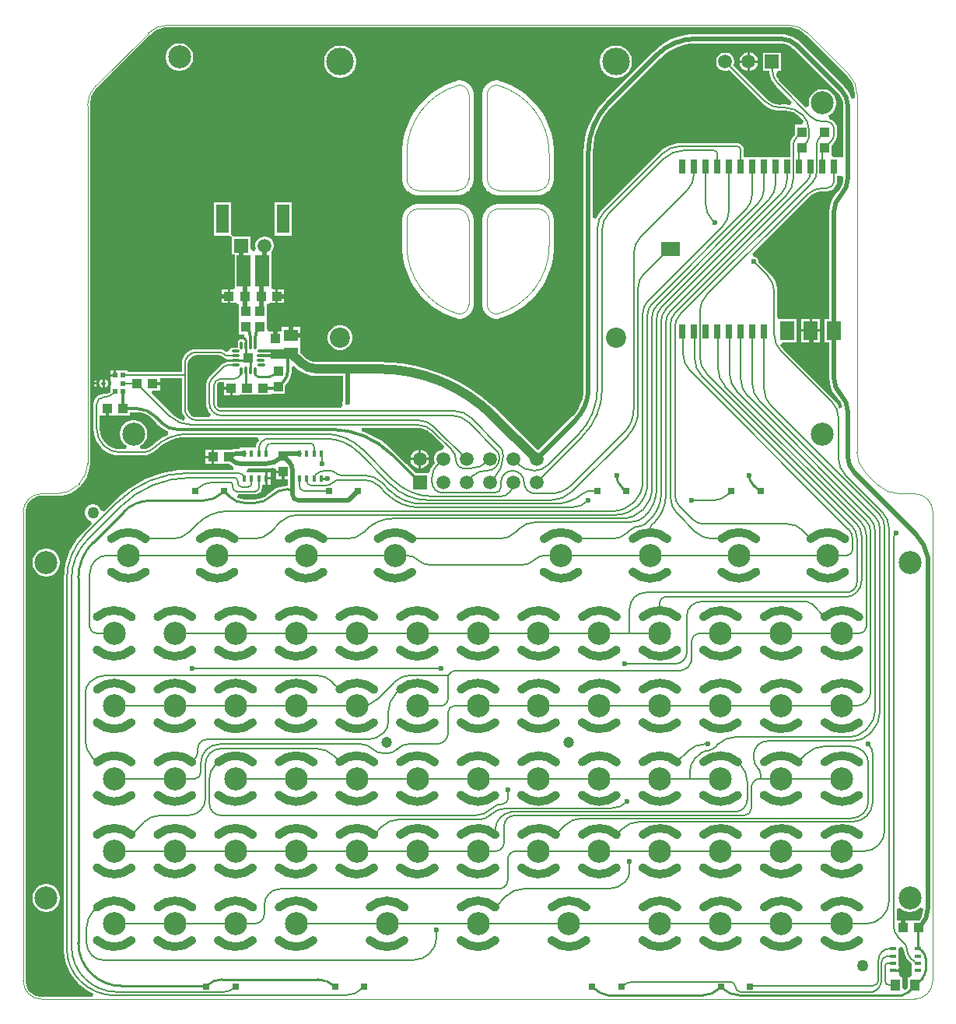
<source format=gtl>
G04*
G04 #@! TF.GenerationSoftware,Altium Limited,Altium Designer,24.6.1 (21)*
G04*
G04 Layer_Physical_Order=1*
G04 Layer_Color=3394611*
%FSLAX25Y25*%
%MOIN*%
G70*
G04*
G04 #@! TF.SameCoordinates,01E0CDA6-314E-44D1-A422-088EE61E0F49*
G04*
G04*
G04 #@! TF.FilePolarity,Positive*
G04*
G01*
G75*
%ADD10C,0.00984*%
%ADD12C,0.01181*%
%ADD15C,0.00394*%
%ADD16C,0.00591*%
%ADD17R,0.03937X0.05118*%
%ADD18R,0.03937X0.04331*%
%ADD19R,0.04331X0.04331*%
%ADD20O,0.03543X0.01181*%
%ADD21O,0.03740X0.01181*%
%ADD22O,0.01181X0.03543*%
%ADD23O,0.01181X0.03740*%
%ADD24R,0.05512X0.12205*%
%ADD25R,0.05906X0.13386*%
%ADD26R,0.04331X0.03937*%
%ADD27R,0.02055X0.02362*%
%ADD28C,0.01181*%
%ADD29R,0.02638X0.02598*%
%ADD30R,0.03150X0.01772*%
%ADD31R,0.03150X0.05906*%
%ADD32R,0.05906X0.07874*%
%ADD33R,0.07874X0.05906*%
%ADD34R,0.01772X0.03150*%
%ADD35R,0.05906X0.05118*%
%ADD36C,0.03937*%
%ADD65C,0.02362*%
%ADD68C,0.00984*%
%ADD69C,0.01968*%
%ADD70C,0.03543*%
%ADD71C,0.00591*%
%ADD72C,0.03543*%
%ADD73C,0.09843*%
%ADD74C,0.08661*%
%ADD75C,0.11811*%
%ADD76C,0.04724*%
%ADD77C,0.05000*%
%ADD78C,0.05906*%
%ADD79R,0.05906X0.05906*%
%ADD80C,0.01968*%
G36*
X133339Y211595D02*
X134421Y211488D01*
X135488Y211276D01*
X136528Y210961D01*
X137533Y210544D01*
X138492Y210032D01*
X139396Y209428D01*
X140237Y208738D01*
X140621Y208353D01*
X158156Y190818D01*
X158156Y190818D01*
X158541Y190434D01*
X159231Y189593D01*
X159835Y188689D01*
X160348Y187730D01*
X160764Y186725D01*
X161079Y185685D01*
X161292Y184618D01*
X161398Y183536D01*
X161398Y182992D01*
Y181244D01*
X160020Y181081D01*
X159882Y181654D01*
X159162Y183395D01*
X158177Y185001D01*
X156962Y186424D01*
X156955Y186435D01*
X138206Y205183D01*
X138195Y205190D01*
X136773Y206406D01*
X135167Y207390D01*
X133426Y208111D01*
X131594Y208551D01*
X129729Y208697D01*
X129716Y208700D01*
X93414D01*
Y208702D01*
X90516Y208539D01*
X87655Y208053D01*
X84866Y207250D01*
X82185Y206139D01*
X79645Y204735D01*
X77278Y203056D01*
X75115Y201123D01*
X75115Y201123D01*
X74143Y200148D01*
X54715Y180720D01*
X54715Y180720D01*
X54715Y180720D01*
X53804Y179715D01*
X52586Y178371D01*
X50697Y175824D01*
X49067Y173105D01*
X47711Y170238D01*
X46643Y167253D01*
X45873Y164178D01*
X45407Y161041D01*
X45252Y157875D01*
X45252D01*
Y56709D01*
X45271Y56616D01*
X45133Y54511D01*
X44703Y52351D01*
X43995Y50265D01*
X43021Y48289D01*
X41797Y46458D01*
X40406Y44872D01*
X40327Y44819D01*
X25976Y30468D01*
X25518Y30591D01*
X25275D01*
X9007Y46858D01*
X9022Y46873D01*
X9022Y46873D01*
X8021Y47805D01*
X5210Y50422D01*
X1154Y53691D01*
X-3125Y56662D01*
X-7605Y59320D01*
X-12263Y61651D01*
X-17075Y63645D01*
X-22018Y65290D01*
X-27065Y66578D01*
X-32191Y67503D01*
X-37370Y68060D01*
X-42576Y68246D01*
Y68225D01*
X-69071D01*
X-69112Y68219D01*
X-70443Y68350D01*
X-71762Y68751D01*
X-72978Y69400D01*
X-73012Y69428D01*
X-74036Y70281D01*
X-75011Y71256D01*
X-76130Y72375D01*
Y75643D01*
X-76130D01*
X-76114Y76021D01*
X-76114D01*
X-76114Y77015D01*
Y79080D01*
X-80067D01*
Y79580D01*
X-80567D01*
Y83139D01*
X-84020D01*
Y81367D01*
X-86456D01*
Y78202D01*
X-87456D01*
Y81367D01*
X-89925D01*
X-90552Y82486D01*
Y85433D01*
X-90552Y86418D01*
X-90552Y87796D01*
Y92975D01*
X-89518Y93430D01*
X-89330Y93488D01*
X-88393Y93488D01*
X-86721D01*
Y96456D01*
Y99425D01*
X-87280D01*
X-88583Y99606D01*
X-88583Y100803D01*
Y114961D01*
X-88059Y116122D01*
X-87788Y116591D01*
X-87520Y117592D01*
Y118629D01*
X-87788Y119630D01*
X-88306Y120528D01*
X-89039Y121261D01*
X-89937Y121779D01*
X-90938Y122047D01*
X-91975D01*
X-92976Y121779D01*
X-93874Y121261D01*
X-94607Y120528D01*
X-95125Y119630D01*
X-95394Y118629D01*
Y117592D01*
X-95207Y116896D01*
X-95793Y115769D01*
X-95999Y115515D01*
X-96245Y115471D01*
X-97520Y116505D01*
Y122047D01*
X-104188Y122047D01*
X-104346Y122047D01*
X-104535Y122061D01*
X-105474Y122365D01*
X-105697Y123248D01*
X-105709Y123422D01*
X-105709Y123598D01*
Y136614D01*
X-113189D01*
Y122441D01*
X-106914Y122441D01*
X-106757Y122441D01*
X-106567Y122428D01*
X-105629Y122123D01*
X-105405Y121240D01*
X-105394Y121067D01*
X-105394Y120890D01*
Y114173D01*
X-104331D01*
Y100803D01*
X-104331Y99606D01*
X-105634Y99426D01*
X-106193D01*
Y96457D01*
Y93489D01*
X-104521D01*
X-103584Y93489D01*
X-103395Y93430D01*
X-102363Y92974D01*
Y87796D01*
X-102363Y86418D01*
X-102363Y85433D01*
Y80118D01*
X-100303D01*
X-100028Y79738D01*
X-100513Y78057D01*
X-100668Y77994D01*
X-100763Y78058D01*
X-101378Y78180D01*
X-101992Y78058D01*
X-102513Y77710D01*
X-102861Y77189D01*
X-102984Y76575D01*
Y74440D01*
X-105118D01*
X-105733Y74318D01*
X-106254Y73970D01*
X-106602Y73449D01*
X-107118Y72899D01*
X-107607Y72670D01*
X-107971Y72602D01*
X-108327Y72775D01*
X-109016Y73304D01*
X-109414Y73469D01*
X-109414Y73469D01*
X-109414Y73469D01*
X-109416Y73470D01*
X-109417Y73470D01*
X-109817Y73636D01*
X-110678Y73749D01*
Y73746D01*
X-120573D01*
Y73751D01*
X-121823Y73628D01*
X-121894Y73607D01*
X-123024Y73264D01*
X-124132Y72672D01*
X-125102Y71876D01*
X-125899Y70905D01*
X-126490Y69798D01*
X-126833Y68667D01*
X-126855Y68596D01*
X-126978Y67347D01*
X-126972D01*
Y63903D01*
X-150256D01*
Y64764D01*
X-153476D01*
Y64780D01*
X-155004D01*
Y62599D01*
X-155504D01*
Y62098D01*
X-157531D01*
Y60760D01*
X-158282Y60403D01*
X-158853Y60281D01*
X-159309Y60737D01*
X-159933Y60996D01*
Y59055D01*
Y57114D01*
X-159309Y57373D01*
X-158815Y57867D01*
X-158428Y57783D01*
X-157516Y57366D01*
Y55450D01*
X-157978Y55095D01*
X-159120Y54622D01*
X-160433Y54466D01*
X-161538Y54320D01*
X-161724Y54243D01*
X-162567Y53894D01*
X-163452Y53215D01*
X-164130Y52331D01*
X-164479Y51487D01*
X-164556Y51302D01*
X-164702Y50197D01*
X-164690D01*
Y39528D01*
X-164700D01*
X-164561Y37758D01*
X-164146Y36031D01*
X-163467Y34391D01*
X-162539Y32877D01*
X-161386Y31527D01*
X-160036Y30374D01*
X-158522Y29446D01*
X-156882Y28767D01*
X-155156Y28352D01*
X-153386Y28213D01*
Y28223D01*
X-143532D01*
Y28209D01*
X-141964Y28364D01*
X-140455Y28821D01*
X-139066Y29564D01*
X-137847Y30564D01*
X-137847Y30564D01*
X-136848Y31479D01*
X-136012Y32212D01*
X-133959Y33584D01*
X-131745Y34676D01*
X-129407Y35469D01*
X-126986Y35951D01*
X-125870Y36024D01*
X-124522Y36097D01*
Y36097D01*
X-94465D01*
X-94341Y35960D01*
X-93863Y34719D01*
X-94468Y33932D01*
X-95033Y32567D01*
X-95174Y31496D01*
X-102067D01*
Y30944D01*
X-103564D01*
X-103626Y30932D01*
X-104871Y30809D01*
X-105850Y30512D01*
X-109046D01*
X-110417Y30528D01*
X-111410Y30528D01*
X-113082D01*
Y27559D01*
Y24591D01*
X-111410D01*
X-110417Y24591D01*
X-109046Y24607D01*
X-106691D01*
X-105925Y23978D01*
X-104754Y23352D01*
X-104804Y22468D01*
X-104997Y21974D01*
X-124311D01*
Y21991D01*
X-125672Y21931D01*
X-125672Y21931D01*
X-128134Y21824D01*
X-131927Y21324D01*
X-135662Y20496D01*
X-139310Y19346D01*
X-142845Y17882D01*
X-146239Y16115D01*
X-149465Y14060D01*
X-152500Y11731D01*
X-155321Y9146D01*
X-155309Y9134D01*
X-160177Y4266D01*
X-160304Y4256D01*
X-161663Y4729D01*
X-161748Y5045D01*
X-162207Y5839D01*
X-162855Y6488D01*
X-163650Y6947D01*
X-164536Y7184D01*
X-165454D01*
X-166340Y6947D01*
X-167134Y6488D01*
X-167783Y5839D01*
X-168242Y5045D01*
X-168479Y4158D01*
Y3241D01*
X-168242Y2355D01*
X-167783Y1560D01*
X-167134Y912D01*
X-166340Y453D01*
X-166024Y368D01*
X-165551Y-991D01*
X-165561Y-1118D01*
X-169266Y-4822D01*
X-169266Y-4822D01*
X-169279Y-4809D01*
X-170183Y-5820D01*
X-171378Y-7157D01*
X-173200Y-9726D01*
X-174724Y-12482D01*
X-175929Y-15392D01*
X-176801Y-18418D01*
X-177328Y-21523D01*
X-177505Y-24667D01*
X-177486D01*
X-177486Y-24667D01*
Y-181942D01*
X-177504Y-183320D01*
X-177504Y-183320D01*
X-177416Y-184669D01*
X-177330Y-185985D01*
X-176809Y-188604D01*
X-175950Y-191133D01*
X-174769Y-193528D01*
X-173285Y-195748D01*
X-171525Y-197756D01*
X-171528Y-197760D01*
X-171528Y-197760D01*
X-170516Y-198648D01*
X-169272Y-199738D01*
X-166778Y-201405D01*
X-164876Y-202343D01*
X-165198Y-203721D01*
X-187009Y-203721D01*
X-187009Y-203721D01*
X-187010Y-203721D01*
X-187685Y-203722D01*
X-189012Y-203458D01*
X-190263Y-202940D01*
X-191388Y-202188D01*
X-192345Y-201231D01*
X-193097Y-200105D01*
X-193615Y-198855D01*
X-193879Y-197527D01*
Y-196850D01*
X-193878Y3938D01*
X-193878Y3938D01*
X-193878Y3939D01*
X-193879Y4614D01*
X-193615Y5941D01*
X-193097Y7192D01*
X-192345Y8317D01*
X-191388Y9274D01*
X-190263Y10026D01*
X-189012Y10544D01*
X-187685Y10808D01*
X-187008D01*
X-180197Y10808D01*
X-180185Y10810D01*
X-180172Y10808D01*
X-179580Y10822D01*
X-179543Y10831D01*
X-179506Y10827D01*
X-178327Y10943D01*
X-178280Y10958D01*
X-178230D01*
X-177068Y11189D01*
X-177022Y11208D01*
X-176973Y11213D01*
X-175839Y11556D01*
X-175795Y11580D01*
X-175746Y11590D01*
X-174652Y12043D01*
X-174610Y12071D01*
X-174563Y12085D01*
X-173518Y12643D01*
X-173480Y12675D01*
X-173434Y12694D01*
X-172449Y13352D01*
X-172414Y13387D01*
X-172370Y13411D01*
X-171454Y14162D01*
X-171430Y14191D01*
X-171399Y14211D01*
X-170969Y14620D01*
X-170962Y14630D01*
X-170952Y14637D01*
X-170550Y15038D01*
X-170550Y15039D01*
X-170149Y15440D01*
X-170142Y15450D01*
X-170132Y15458D01*
X-169723Y15887D01*
X-169703Y15918D01*
X-169674Y15942D01*
X-168923Y16858D01*
X-168899Y16902D01*
X-168864Y16937D01*
X-168206Y17922D01*
X-168187Y17968D01*
X-168155Y18006D01*
X-167597Y19051D01*
X-167582Y19099D01*
X-167555Y19140D01*
X-167101Y20234D01*
X-167092Y20283D01*
X-167068Y20327D01*
X-166724Y21461D01*
X-166719Y21510D01*
X-166700Y21556D01*
X-166469Y22718D01*
Y22768D01*
X-166455Y22816D01*
X-166339Y23994D01*
X-166342Y24032D01*
X-166334Y24068D01*
X-166320Y24660D01*
X-166322Y24673D01*
X-166319Y24685D01*
X-166319Y178071D01*
X-166319Y178615D01*
X-166213Y179697D01*
X-166001Y180763D01*
X-165685Y181804D01*
X-165269Y182808D01*
X-164756Y183768D01*
X-164152Y184672D01*
X-163462Y185512D01*
X-163078Y185897D01*
X-140621Y208353D01*
X-140237Y208738D01*
X-139396Y209428D01*
X-138492Y210032D01*
X-137533Y210544D01*
X-136528Y210961D01*
X-135488Y211276D01*
X-134421Y211488D01*
X-133339Y211595D01*
X-132795Y211595D01*
X132795Y211595D01*
X133339Y211595D01*
D02*
G37*
G36*
X93414Y204686D02*
X129716D01*
X129807Y204704D01*
X131281Y204559D01*
X132785Y204102D01*
X134172Y203361D01*
X135316Y202422D01*
X135368Y202345D01*
X154116Y183596D01*
X154194Y183545D01*
X155133Y182400D01*
X155874Y181014D01*
X156331Y179509D01*
X156476Y178036D01*
X156457Y177945D01*
Y156117D01*
X155118Y156024D01*
Y156024D01*
X152594D01*
X151575Y156889D01*
Y160502D01*
X152097Y161663D01*
X152849Y162579D01*
X152915Y162703D01*
X153408Y163624D01*
X153710Y164623D01*
X153752Y164758D01*
X153868Y165938D01*
X153864D01*
Y167899D01*
X153879D01*
X153719Y169111D01*
X153681Y169202D01*
X153252Y170239D01*
X152508Y171209D01*
X151539Y171952D01*
X150501Y172382D01*
X150436Y172409D01*
X150402Y172496D01*
X150263Y173829D01*
X150435Y173900D01*
X151402Y174547D01*
X152225Y175369D01*
X152871Y176337D01*
X153316Y177411D01*
X153543Y178552D01*
Y179716D01*
X153316Y180856D01*
X152871Y181931D01*
X152225Y182898D01*
X151402Y183721D01*
X150435Y184367D01*
X149360Y184812D01*
X148219Y185039D01*
X147056D01*
X145915Y184812D01*
X144841Y184367D01*
X143873Y183721D01*
X143051Y182898D01*
X142404Y181931D01*
X141959Y180856D01*
X141732Y179716D01*
Y178552D01*
X141868Y177871D01*
X140598Y177192D01*
X130673Y187117D01*
X129702Y188088D01*
X129702Y188088D01*
X129699Y188091D01*
X129699Y188091D01*
X129698Y188091D01*
X128841Y189113D01*
X128665Y189328D01*
X127902Y190755D01*
X127666Y191535D01*
X128579Y192913D01*
X129921D01*
Y200787D01*
X122047D01*
Y192913D01*
X124750D01*
X124805Y192215D01*
X125203Y190559D01*
X125855Y188985D01*
X126745Y187532D01*
X127848Y186241D01*
X127851Y186237D01*
X127857Y186243D01*
X134623Y179477D01*
X133923Y178228D01*
X133455Y178340D01*
X131685Y178480D01*
Y178470D01*
X129811D01*
X129754Y178459D01*
X128112Y178620D01*
X126477Y179116D01*
X124971Y179921D01*
X123695Y180968D01*
X123663Y181017D01*
X109542Y195138D01*
X109653Y195331D01*
X109921Y196332D01*
Y197369D01*
X109653Y198370D01*
X109135Y199268D01*
X108402Y200001D01*
X107504Y200519D01*
X106503Y200787D01*
X105466D01*
X104465Y200519D01*
X103567Y200001D01*
X102834Y199268D01*
X102315Y198370D01*
X102047Y197369D01*
Y196332D01*
X102315Y195331D01*
X102834Y194433D01*
X103567Y193700D01*
X104465Y193182D01*
X105466Y192913D01*
X106503D01*
X107504Y193182D01*
X107697Y193293D01*
X121818Y179172D01*
X121811Y179165D01*
X123161Y178012D01*
X124675Y177084D01*
X126315Y176405D01*
X128042Y175990D01*
X129811Y175851D01*
Y175861D01*
X131685D01*
X131742Y175872D01*
X133384Y175710D01*
X135019Y175215D01*
X136525Y174409D01*
X137801Y173362D01*
X137833Y173314D01*
X138553Y172594D01*
X138570Y172583D01*
X139354Y171627D01*
X139551Y171259D01*
X138725Y169882D01*
X135827D01*
Y166821D01*
X135692Y165499D01*
X134869Y164496D01*
X134853Y164466D01*
X134258Y163352D01*
X133891Y162143D01*
X133881Y162110D01*
X133754Y160819D01*
X133759D01*
D01*
X133760D01*
X133761Y159442D01*
Y156024D01*
X113864D01*
Y159095D01*
X113864D01*
X113762Y159868D01*
X113464Y160590D01*
X112988Y161209D01*
X112369Y161684D01*
X111648Y161983D01*
X110874Y162084D01*
Y162084D01*
X87196D01*
Y162100D01*
X85105Y161935D01*
X83067Y161446D01*
X81129Y160644D01*
X79342Y159548D01*
X77747Y158186D01*
X77759Y158175D01*
X53188Y133604D01*
X53181Y133611D01*
X52028Y132261D01*
X51100Y130747D01*
X50644Y129647D01*
X49266Y129921D01*
Y157875D01*
X49240Y158004D01*
X49411Y161046D01*
X49944Y164178D01*
X50823Y167230D01*
X52039Y170165D01*
X53575Y172946D01*
X55413Y175536D01*
X57443Y177808D01*
X57553Y177882D01*
X77955Y198283D01*
X78031Y198397D01*
X80083Y200196D01*
X82465Y201787D01*
X85034Y203054D01*
X87746Y203975D01*
X90555Y204534D01*
X93280Y204713D01*
X93414Y204686D01*
D02*
G37*
G36*
X156407Y147504D02*
X156457Y146884D01*
Y146859D01*
X156461Y146842D01*
X156471Y146718D01*
X156331Y145294D01*
X155874Y143790D01*
X155133Y142403D01*
X154194Y141259D01*
X154116Y141207D01*
X154069Y141159D01*
X154061Y141148D01*
X152846Y139725D01*
X151862Y138119D01*
X151141Y136379D01*
X150701Y134547D01*
X150555Y132682D01*
X150552Y132669D01*
Y86614D01*
X148622D01*
Y76772D01*
X150552D01*
Y61229D01*
X150555Y61216D01*
X150701Y59351D01*
X151141Y57519D01*
X151862Y55778D01*
X152846Y54172D01*
X154061Y52749D01*
X154069Y52738D01*
X154116Y52691D01*
X154194Y52639D01*
X155133Y51495D01*
X155874Y50108D01*
X156259Y48840D01*
X154960Y48375D01*
X154609Y49223D01*
X153681Y50737D01*
X152528Y52087D01*
X152521Y52080D01*
X152521Y52080D01*
X130820Y73781D01*
X130771Y73813D01*
X129724Y75089D01*
X129562Y75394D01*
X130387Y76772D01*
X136496D01*
Y86614D01*
X128622D01*
X128273Y87848D01*
Y98220D01*
X128283D01*
X128144Y99990D01*
X127729Y101716D01*
X127050Y103357D01*
X126122Y104870D01*
X124969Y106221D01*
X124962Y106214D01*
X120276Y110900D01*
Y111651D01*
X119946Y112447D01*
X119337Y113056D01*
X118541Y113386D01*
X118164D01*
X117532Y114703D01*
X141694Y138865D01*
X141727Y138914D01*
X143003Y139961D01*
X144509Y140766D01*
X146143Y141262D01*
X147786Y141423D01*
X147843Y141412D01*
X149606D01*
Y141401D01*
X150711Y141546D01*
X150897Y141623D01*
X151741Y141972D01*
X152625Y142651D01*
X153303Y143535D01*
X153653Y144379D01*
X153730Y144564D01*
X153875Y145669D01*
X153864D01*
Y147852D01*
X154525Y148009D01*
X155037Y148103D01*
X156407Y147504D01*
D02*
G37*
G36*
X-120573Y71136D02*
X-111472D01*
X-110185Y70917D01*
X-109216Y70174D01*
X-109129Y70138D01*
X-108178Y69744D01*
X-108087Y69706D01*
X-108044Y69700D01*
X-107987Y69619D01*
Y68176D01*
X-108044Y68095D01*
X-108087Y68089D01*
X-108178Y68051D01*
X-109125Y67659D01*
X-109216Y67622D01*
X-110185Y66878D01*
X-110175Y66867D01*
X-115179Y61862D01*
X-115188Y61871D01*
X-115188Y61871D01*
X-115604Y61329D01*
X-115886Y60962D01*
X-115951Y60804D01*
X-116260Y60060D01*
X-116325Y59903D01*
X-116475Y58766D01*
X-116462D01*
X-116462Y58766D01*
Y51969D01*
X-116469Y50591D01*
X-116469Y50591D01*
X-116342Y49298D01*
X-115964Y48055D01*
X-115352Y46909D01*
X-114597Y45990D01*
X-114651Y45638D01*
X-115124Y44612D01*
X-120589D01*
X-120611Y44607D01*
X-121568Y44733D01*
X-122480Y45111D01*
X-123263Y45712D01*
X-123864Y46495D01*
X-124242Y47407D01*
X-124368Y48363D01*
X-124363Y48386D01*
Y62598D01*
Y67347D01*
X-124368Y67370D01*
X-124241Y68330D01*
X-123862Y69245D01*
X-123258Y70032D01*
X-122472Y70635D01*
X-121556Y71014D01*
X-120596Y71141D01*
X-120573Y71136D01*
D02*
G37*
G36*
X-78259Y66059D02*
X-78259Y66059D01*
X-76708Y64735D01*
X-74970Y63670D01*
X-73086Y62889D01*
X-71104Y62414D01*
X-69071Y62254D01*
Y62268D01*
X-57980D01*
Y51681D01*
X-58138Y51299D01*
Y50438D01*
X-57926Y49927D01*
X-58337Y48967D01*
X-58664Y48549D01*
X-110001Y48549D01*
X-110030Y48543D01*
X-110726Y48681D01*
X-111341Y49092D01*
X-111752Y49707D01*
X-111890Y50403D01*
X-111884Y50432D01*
Y58071D01*
X-111888Y58088D01*
X-111765Y58704D01*
X-111407Y59241D01*
X-110870Y59600D01*
X-110254Y59723D01*
X-110236Y59719D01*
X-108874D01*
Y57586D01*
X-105709D01*
Y57086D01*
X-105209D01*
Y54118D01*
X-102544D01*
Y54118D01*
X-102166Y54133D01*
Y54134D01*
X-96653D01*
X-95867Y54134D01*
Y54133D01*
X-95275Y54134D01*
Y54134D01*
X-88976D01*
Y54134D01*
X-88583Y54528D01*
X-82678D01*
Y57743D01*
X-82135Y58896D01*
Y58896D01*
X-81217Y60014D01*
X-80534Y61291D01*
X-80114Y62675D01*
X-79972Y64116D01*
X-79977D01*
Y65998D01*
X-78712Y66522D01*
X-78259Y66059D01*
D02*
G37*
G36*
X-126972Y48386D02*
X-126972Y48386D01*
X-126978D01*
X-126978Y48386D01*
X-126944Y48045D01*
X-126855Y47139D01*
X-126833Y47066D01*
X-126492Y45941D01*
X-125901Y44836D01*
X-125504Y44352D01*
X-126275Y43120D01*
X-126596Y43197D01*
X-128269Y43890D01*
X-129812Y44836D01*
X-131160Y45987D01*
X-131181Y46019D01*
X-139976Y54814D01*
X-139449Y56087D01*
X-136204D01*
Y58555D01*
X-139370D01*
Y59555D01*
X-136204D01*
Y61294D01*
X-126972D01*
Y48386D01*
D02*
G37*
G36*
X-24428Y39884D02*
X-22794Y39388D01*
X-21287Y38583D01*
X-20011Y37536D01*
X-19979Y37487D01*
X-14445Y31953D01*
X-15031Y30591D01*
X-15518D01*
X-16520Y30322D01*
X-17417Y29804D01*
X-18150Y29071D01*
X-18669Y28173D01*
X-18937Y27172D01*
Y26135D01*
X-18669Y25134D01*
X-18563Y24950D01*
X-19578Y23712D01*
X-20361Y22248D01*
X-20515Y21741D01*
X-21063Y20591D01*
X-26666D01*
X-30755Y24680D01*
X-35778Y29702D01*
X-35767Y29713D01*
X-36774Y30626D01*
X-38567Y32251D01*
X-41602Y34502D01*
X-44843Y36445D01*
X-48259Y38060D01*
X-49924Y38656D01*
X-49685Y40034D01*
X-35030D01*
X-26128D01*
X-26126Y40034D01*
X-26124Y40034D01*
X-26068Y40045D01*
X-24428Y39884D01*
D02*
G37*
G36*
X-158358Y45260D02*
X-155693D01*
Y45260D01*
X-155315Y45276D01*
Y45276D01*
X-149015D01*
Y46623D01*
X-145875D01*
X-145803Y46637D01*
X-144233Y46483D01*
X-142654Y46004D01*
X-141199Y45226D01*
X-139980Y44225D01*
X-139939Y44164D01*
X-137768Y41993D01*
X-136796Y41016D01*
X-136796Y41016D01*
X-135470Y39884D01*
X-133983Y38972D01*
X-132861Y38508D01*
X-132773Y37431D01*
X-132866Y37032D01*
X-135266Y35848D01*
X-137604Y34287D01*
X-139717Y32433D01*
X-139717Y32433D01*
X-140746Y31591D01*
X-140813Y31539D01*
X-142124Y30996D01*
X-143467Y30819D01*
X-143532Y30832D01*
X-144414D01*
X-144804Y32070D01*
X-144778Y32210D01*
X-143873Y32814D01*
X-143051Y33637D01*
X-142404Y34604D01*
X-141959Y35679D01*
X-141732Y36820D01*
Y37983D01*
X-141959Y39124D01*
X-142404Y40199D01*
X-143051Y41166D01*
X-143873Y41989D01*
X-144841Y42635D01*
X-145915Y43080D01*
X-147056Y43307D01*
X-148219D01*
X-149360Y43080D01*
X-150435Y42635D01*
X-151402Y41989D01*
X-152225Y41166D01*
X-152871Y40199D01*
X-153316Y39124D01*
X-153543Y37983D01*
Y36820D01*
X-153316Y35679D01*
X-152871Y34604D01*
X-152225Y33637D01*
X-151402Y32814D01*
X-150498Y32210D01*
X-150472Y32070D01*
X-150862Y30832D01*
X-153386D01*
X-153443Y30821D01*
X-155086Y30983D01*
X-156720Y31478D01*
X-158226Y32283D01*
X-159546Y33367D01*
X-160630Y34687D01*
X-161435Y36193D01*
X-161931Y37828D01*
X-162093Y39470D01*
X-162081Y39528D01*
Y43906D01*
X-162023Y45260D01*
X-159358D01*
Y48229D01*
X-158358D01*
Y45260D01*
D02*
G37*
G36*
X-86630Y22204D02*
Y21760D01*
X-83662D01*
Y21260D01*
X-83162D01*
Y18095D01*
X-81592D01*
Y15258D01*
X-83316Y15123D01*
X-85072Y14701D01*
X-86741Y14010D01*
X-88281Y13066D01*
X-89655Y11892D01*
X-89655Y11893D01*
X-90672Y11020D01*
X-90947Y10794D01*
X-92419Y10007D01*
X-94016Y9523D01*
X-95611Y9366D01*
X-95678Y9379D01*
X-99956D01*
X-100009Y9369D01*
X-101446Y9510D01*
X-102879Y9945D01*
X-103193Y10113D01*
X-102848Y11491D01*
X-95472D01*
X-95466Y11492D01*
X-94727Y11589D01*
X-94033Y11877D01*
X-93437Y12334D01*
X-92979Y12931D01*
X-92692Y13625D01*
X-92594Y14364D01*
X-92593Y14370D01*
Y15732D01*
X-91248D01*
Y18307D01*
Y20882D01*
X-92634D01*
Y20866D01*
X-95177D01*
Y20866D01*
X-99042D01*
X-99322Y21221D01*
X-98652Y22599D01*
X-91151D01*
X-91138Y22602D01*
X-89273Y22749D01*
X-88008Y23052D01*
X-86630Y22204D01*
D02*
G37*
G36*
X190494Y-165828D02*
X190710Y-165989D01*
Y-166153D01*
X190726Y-166238D01*
X190583Y-167698D01*
X190126Y-169202D01*
X189385Y-170589D01*
X188997Y-171063D01*
X185630D01*
Y-171063D01*
X185252Y-171047D01*
Y-171047D01*
X182587D01*
Y-174015D01*
X181587D01*
Y-171047D01*
X179454D01*
Y-166099D01*
X180832Y-165562D01*
X181275Y-166004D01*
X182242Y-166651D01*
X183317Y-167096D01*
X184458Y-167323D01*
X185621D01*
X186762Y-167096D01*
X187837Y-166651D01*
X188804Y-166004D01*
X189332Y-165477D01*
X190494Y-165828D01*
D02*
G37*
G36*
X182328Y-182726D02*
X182550Y-183656D01*
X182664Y-184808D01*
X182712Y-184968D01*
X183000Y-185915D01*
X183466Y-186788D01*
X183545Y-186936D01*
X184280Y-187831D01*
X184282Y-187829D01*
X185827Y-189373D01*
Y-191240D01*
Y-194390D01*
X184816Y-195276D01*
X184252D01*
Y-199643D01*
X183268Y-200627D01*
X182978Y-200604D01*
X181890Y-199974D01*
Y-195276D01*
X181348D01*
X180331Y-194405D01*
Y-193020D01*
X177756D01*
Y-192020D01*
X180331D01*
Y-190634D01*
X180315D01*
Y-188091D01*
Y-184941D01*
X180315D01*
Y-183107D01*
X181022Y-182483D01*
X181693Y-182279D01*
X182328Y-182726D01*
D02*
G37*
%LPC*%
G36*
X-127371Y204724D02*
X-128534D01*
X-129675Y204498D01*
X-130750Y204052D01*
X-131717Y203406D01*
X-132540Y202583D01*
X-133186Y201616D01*
X-133631Y200541D01*
X-133858Y199400D01*
Y198237D01*
X-133631Y197096D01*
X-133186Y196022D01*
X-132540Y195054D01*
X-131717Y194232D01*
X-130750Y193586D01*
X-129675Y193140D01*
X-128534Y192913D01*
X-127371D01*
X-126230Y193140D01*
X-125155Y193586D01*
X-124188Y194232D01*
X-123366Y195054D01*
X-122719Y196022D01*
X-122274Y197096D01*
X-122047Y198237D01*
Y199400D01*
X-122274Y200541D01*
X-122719Y201616D01*
X-123366Y202583D01*
X-124188Y203406D01*
X-125155Y204052D01*
X-126230Y204498D01*
X-127371Y204724D01*
D02*
G37*
G36*
X59734Y203740D02*
X58376D01*
X57046Y203475D01*
X55792Y202956D01*
X54663Y202202D01*
X53703Y201242D01*
X52950Y200114D01*
X52430Y198860D01*
X52165Y197529D01*
Y196172D01*
X52430Y194841D01*
X52950Y193587D01*
X53703Y192458D01*
X54663Y191499D01*
X55792Y190745D01*
X57046Y190225D01*
X58376Y189961D01*
X59734D01*
X61065Y190225D01*
X62319Y190745D01*
X63447Y191499D01*
X64407Y192458D01*
X65161Y193587D01*
X65680Y194841D01*
X65945Y196172D01*
Y197529D01*
X65680Y198860D01*
X65161Y200114D01*
X64407Y201242D01*
X63447Y202202D01*
X62319Y202956D01*
X61065Y203475D01*
X59734Y203740D01*
D02*
G37*
G36*
X-58376D02*
X-59734D01*
X-61065Y203475D01*
X-62319Y202956D01*
X-63447Y202202D01*
X-64407Y201242D01*
X-65161Y200114D01*
X-65680Y198860D01*
X-65945Y197529D01*
Y196172D01*
X-65680Y194841D01*
X-65161Y193587D01*
X-64407Y192458D01*
X-63447Y191499D01*
X-62319Y190745D01*
X-61065Y190225D01*
X-59734Y189961D01*
X-58376D01*
X-57046Y190225D01*
X-55792Y190745D01*
X-54663Y191499D01*
X-53703Y192458D01*
X-52950Y193587D01*
X-52430Y194841D01*
X-52165Y196172D01*
Y197529D01*
X-52430Y198860D01*
X-52950Y200114D01*
X-53703Y201242D01*
X-54663Y202202D01*
X-55792Y202956D01*
X-57046Y203475D01*
X-58376Y203740D01*
D02*
G37*
G36*
X8152Y188926D02*
X7737D01*
X7543Y188888D01*
X7345D01*
X6531Y188726D01*
X6348Y188650D01*
X6154Y188612D01*
X5387Y188294D01*
X5223Y188184D01*
X5040Y188109D01*
X4350Y187647D01*
X4210Y187507D01*
X4046Y187398D01*
X3459Y186811D01*
X3349Y186646D01*
X3209Y186506D01*
X2748Y185816D01*
X2672Y185634D01*
X2562Y185469D01*
X2245Y184702D01*
X2206Y184508D01*
X2131Y184326D01*
X1969Y183511D01*
Y183314D01*
X1930Y183120D01*
Y182705D01*
X1930Y146733D01*
Y146240D01*
X1969Y146046D01*
Y145849D01*
X2161Y144883D01*
X2236Y144700D01*
X2275Y144506D01*
X2652Y143596D01*
X2762Y143432D01*
X2837Y143249D01*
X3384Y142430D01*
X3524Y142291D01*
X3634Y142126D01*
X4330Y141430D01*
X4495Y141320D01*
X4635Y141180D01*
X5454Y140633D01*
X5636Y140557D01*
X5801Y140447D01*
X6711Y140071D01*
X6904Y140032D01*
X7087Y139956D01*
X8053Y139764D01*
X8251D01*
X8444Y139726D01*
X26004D01*
X26198Y139764D01*
X26396D01*
X27362Y139956D01*
X27545Y140032D01*
X27738Y140071D01*
X28648Y140447D01*
X28813Y140557D01*
X28995Y140633D01*
X29814Y141180D01*
X29954Y141320D01*
X30118Y141430D01*
X30815Y142126D01*
X30925Y142291D01*
X31064Y142430D01*
X31612Y143249D01*
X31687Y143432D01*
X31797Y143596D01*
X32174Y144506D01*
X32212Y144700D01*
X32288Y144883D01*
X32480Y145849D01*
Y146046D01*
X32519Y146240D01*
Y157481D01*
Y159136D01*
X32497Y159244D01*
X32507Y159353D01*
X32149Y162644D01*
X32116Y162749D01*
X32114Y162859D01*
X31402Y166092D01*
X31358Y166192D01*
X31344Y166301D01*
X30286Y169438D01*
X30231Y169533D01*
X30206Y169640D01*
X28815Y172644D01*
X28750Y172733D01*
X28713Y172836D01*
X27005Y175672D01*
X26932Y175753D01*
X26883Y175852D01*
X24879Y178487D01*
X24797Y178559D01*
X24738Y178652D01*
X22461Y181055D01*
X22371Y181118D01*
X22303Y181204D01*
X19779Y183346D01*
X19683Y183399D01*
X19606Y183477D01*
X16865Y185334D01*
X16764Y185377D01*
X16679Y185446D01*
X13753Y186995D01*
X13648Y187026D01*
X13555Y187086D01*
X10479Y188309D01*
X10371Y188329D01*
X10273Y188379D01*
X8972Y188739D01*
X8920Y188774D01*
X8798Y188798D01*
X8687Y188854D01*
X8417Y188874D01*
X8152Y188926D01*
D02*
G37*
G36*
X-7737Y188926D02*
X-8152D01*
X-8417Y188873D01*
X-8687Y188853D01*
X-8798Y188797D01*
X-8920Y188773D01*
X-8972Y188739D01*
X-10273Y188378D01*
X-10371Y188329D01*
X-10479Y188309D01*
X-13555Y187085D01*
X-13648Y187026D01*
X-13753Y186994D01*
X-16679Y185445D01*
X-16764Y185376D01*
X-16865Y185333D01*
X-19606Y183477D01*
X-19683Y183399D01*
X-19779Y183346D01*
X-22303Y181204D01*
X-22371Y181118D01*
X-22461Y181054D01*
X-24738Y178652D01*
X-24797Y178559D01*
X-24879Y178486D01*
X-26883Y175852D01*
X-26932Y175753D01*
X-27005Y175672D01*
X-28713Y172836D01*
X-28750Y172732D01*
X-28815Y172643D01*
X-30206Y169639D01*
X-30231Y169533D01*
X-30286Y169437D01*
X-31344Y166300D01*
X-31358Y166192D01*
X-31402Y166091D01*
X-32114Y162858D01*
X-32116Y162748D01*
X-32149Y162644D01*
X-32507Y159353D01*
X-32497Y159243D01*
X-32519Y159135D01*
Y157480D01*
Y146240D01*
X-32480Y146046D01*
Y145848D01*
X-32288Y144882D01*
X-32212Y144700D01*
X-32174Y144506D01*
X-31797Y143596D01*
X-31687Y143431D01*
X-31612Y143249D01*
X-31064Y142430D01*
X-30925Y142290D01*
X-30815Y142126D01*
X-30118Y141429D01*
X-29954Y141320D01*
X-29814Y141180D01*
X-28995Y140632D01*
X-28813Y140557D01*
X-28648Y140447D01*
X-27738Y140070D01*
X-27545Y140032D01*
X-27362Y139956D01*
X-26396Y139764D01*
X-26198D01*
X-26004Y139725D01*
X-8444D01*
X-8251Y139764D01*
X-8053D01*
X-7087Y139956D01*
X-6904Y140032D01*
X-6711Y140070D01*
X-5801Y140447D01*
X-5636Y140557D01*
X-5454Y140632D01*
X-4635Y141180D01*
X-4495Y141320D01*
X-4330Y141429D01*
X-3634Y142126D01*
X-3524Y142290D01*
X-3384Y142430D01*
X-2837Y143249D01*
X-2762Y143431D01*
X-2652Y143596D01*
X-2275Y144506D01*
X-2236Y144700D01*
X-2161Y144882D01*
X-1969Y145848D01*
Y146046D01*
X-1930Y146240D01*
Y146732D01*
X-1930Y182704D01*
Y183119D01*
X-1969Y183313D01*
Y183511D01*
X-2131Y184325D01*
X-2206Y184508D01*
X-2245Y184702D01*
X-2562Y185469D01*
X-2672Y185633D01*
X-2748Y185816D01*
X-3209Y186506D01*
X-3349Y186646D01*
X-3459Y186810D01*
X-4046Y187397D01*
X-4210Y187507D01*
X-4350Y187647D01*
X-5040Y188108D01*
X-5223Y188184D01*
X-5387Y188294D01*
X-6154Y188611D01*
X-6348Y188650D01*
X-6531Y188725D01*
X-7345Y188887D01*
X-7543D01*
X-7737Y188926D01*
D02*
G37*
G36*
X-79724Y136614D02*
X-87205D01*
Y122441D01*
X-79724D01*
Y136614D01*
D02*
G37*
G36*
X-107193Y99426D02*
X-109858D01*
Y96957D01*
X-107193D01*
Y99426D01*
D02*
G37*
G36*
X-83055Y99425D02*
X-85721D01*
Y96956D01*
X-83055D01*
Y99425D01*
D02*
G37*
G36*
X-107193Y95957D02*
X-109858D01*
Y93489D01*
X-107193D01*
Y95957D01*
D02*
G37*
G36*
X-83055Y95956D02*
X-85721D01*
Y93488D01*
X-83055D01*
Y95956D01*
D02*
G37*
G36*
X-8445Y135865D02*
X-26004D01*
X-26198Y135827D01*
X-26396D01*
X-27362Y135635D01*
X-27544Y135559D01*
X-27738Y135520D01*
X-28648Y135143D01*
X-28813Y135034D01*
X-28995Y134958D01*
X-29814Y134411D01*
X-29954Y134271D01*
X-30118Y134161D01*
X-30815Y133465D01*
X-30925Y133300D01*
X-31064Y133161D01*
X-31612Y132342D01*
X-31687Y132159D01*
X-31797Y131995D01*
X-32174Y131085D01*
X-32212Y130891D01*
X-32288Y130708D01*
X-32480Y129742D01*
Y129545D01*
X-32519Y129351D01*
Y118110D01*
Y116455D01*
X-32497Y116347D01*
X-32507Y116238D01*
X-32149Y112947D01*
X-32116Y112842D01*
X-32114Y112732D01*
X-31402Y109500D01*
X-31358Y109399D01*
X-31344Y109290D01*
X-30286Y106153D01*
X-30231Y106058D01*
X-30206Y105951D01*
X-28815Y102947D01*
X-28750Y102858D01*
X-28713Y102755D01*
X-27005Y99919D01*
X-26932Y99838D01*
X-26883Y99739D01*
X-24879Y97104D01*
X-24797Y97032D01*
X-24738Y96939D01*
X-22461Y94536D01*
X-22371Y94473D01*
X-22303Y94387D01*
X-19779Y92245D01*
X-19683Y92192D01*
X-19606Y92114D01*
X-16865Y90257D01*
X-16764Y90215D01*
X-16679Y90145D01*
X-13753Y88596D01*
X-13648Y88565D01*
X-13555Y88505D01*
X-10479Y87282D01*
X-10371Y87262D01*
X-10273Y87212D01*
X-8972Y86852D01*
X-8920Y86817D01*
X-8798Y86793D01*
X-8687Y86737D01*
X-8417Y86717D01*
X-8152Y86665D01*
X-7737D01*
X-7543Y86703D01*
X-7345D01*
X-6531Y86865D01*
X-6348Y86941D01*
X-6154Y86979D01*
X-5387Y87297D01*
X-5223Y87407D01*
X-5040Y87483D01*
X-4350Y87944D01*
X-4210Y88083D01*
X-4046Y88193D01*
X-3459Y88780D01*
X-3349Y88945D01*
X-3209Y89085D01*
X-2748Y89775D01*
X-2672Y89957D01*
X-2562Y90122D01*
X-2245Y90889D01*
X-2206Y91083D01*
X-2131Y91265D01*
X-1969Y92080D01*
Y92277D01*
X-1930Y92471D01*
Y92886D01*
Y128858D01*
Y129351D01*
X-1969Y129545D01*
Y129742D01*
X-2161Y130708D01*
X-2236Y130891D01*
X-2275Y131085D01*
X-2652Y131995D01*
X-2762Y132159D01*
X-2837Y132342D01*
X-3384Y133161D01*
X-3524Y133300D01*
X-3634Y133465D01*
X-4330Y134161D01*
X-4495Y134271D01*
X-4635Y134411D01*
X-5454Y134958D01*
X-5636Y135034D01*
X-5801Y135143D01*
X-6711Y135520D01*
X-6904Y135559D01*
X-7087Y135635D01*
X-8053Y135827D01*
X-8251D01*
X-8445Y135865D01*
D02*
G37*
G36*
X26004D02*
X8444D01*
X8251Y135827D01*
X8053D01*
X7087Y135635D01*
X6904Y135559D01*
X6711Y135520D01*
X5801Y135143D01*
X5636Y135034D01*
X5454Y134958D01*
X4635Y134411D01*
X4495Y134271D01*
X4330Y134161D01*
X3634Y133465D01*
X3524Y133300D01*
X3384Y133161D01*
X2837Y132342D01*
X2762Y132159D01*
X2652Y131995D01*
X2275Y131085D01*
X2236Y130891D01*
X2161Y130708D01*
X1969Y129742D01*
Y129545D01*
X1930Y129351D01*
Y128858D01*
Y92886D01*
Y92471D01*
X1969Y92277D01*
Y92080D01*
X2131Y91265D01*
X2206Y91083D01*
X2245Y90889D01*
X2562Y90122D01*
X2672Y89957D01*
X2748Y89775D01*
X3209Y89085D01*
X3349Y88945D01*
X3459Y88780D01*
X4046Y88193D01*
X4210Y88084D01*
X4350Y87944D01*
X5040Y87483D01*
X5223Y87407D01*
X5387Y87297D01*
X6154Y86979D01*
X6348Y86941D01*
X6531Y86865D01*
X7345Y86703D01*
X7543D01*
X7737Y86665D01*
X8152D01*
X8417Y86717D01*
X8687Y86737D01*
X8798Y86793D01*
X8920Y86817D01*
X8972Y86852D01*
X10273Y87212D01*
X10371Y87262D01*
X10479Y87282D01*
X13555Y88505D01*
X13648Y88565D01*
X13753Y88596D01*
X16679Y90145D01*
X16764Y90215D01*
X16865Y90257D01*
X19606Y92114D01*
X19683Y92192D01*
X19779Y92245D01*
X22303Y94387D01*
X22371Y94473D01*
X22461Y94536D01*
X24738Y96939D01*
X24797Y97032D01*
X24879Y97104D01*
X26883Y99739D01*
X26932Y99838D01*
X27005Y99919D01*
X28713Y102755D01*
X28750Y102858D01*
X28815Y102947D01*
X30206Y105951D01*
X30231Y106058D01*
X30286Y106153D01*
X31344Y109290D01*
X31358Y109399D01*
X31402Y109500D01*
X32114Y112732D01*
X32116Y112842D01*
X32149Y112947D01*
X32507Y116238D01*
X32497Y116347D01*
X32519Y116455D01*
Y118110D01*
Y129351D01*
X32480Y129545D01*
Y129742D01*
X32288Y130708D01*
X32212Y130891D01*
X32174Y131085D01*
X31797Y131995D01*
X31687Y132159D01*
X31612Y132342D01*
X31064Y133161D01*
X30925Y133300D01*
X30815Y133465D01*
X30118Y134161D01*
X29954Y134271D01*
X29814Y134411D01*
X28995Y134958D01*
X28813Y135034D01*
X28648Y135143D01*
X27738Y135520D01*
X27544Y135559D01*
X27362Y135635D01*
X26396Y135827D01*
X26198D01*
X26004Y135865D01*
D02*
G37*
G36*
X-76114Y83139D02*
X-79567D01*
Y80080D01*
X-76114D01*
Y83139D01*
D02*
G37*
G36*
X-58355Y84055D02*
X-59755D01*
X-61107Y83693D01*
X-62319Y82993D01*
X-63308Y82004D01*
X-64008Y80792D01*
X-64370Y79440D01*
Y78040D01*
X-64008Y76689D01*
X-63308Y75477D01*
X-62319Y74487D01*
X-61107Y73787D01*
X-59755Y73425D01*
X-58355D01*
X-57004Y73787D01*
X-55792Y74487D01*
X-54802Y75477D01*
X-54102Y76689D01*
X-53740Y78040D01*
Y79440D01*
X-54102Y80792D01*
X-54802Y82004D01*
X-55792Y82993D01*
X-57004Y83693D01*
X-58355Y84055D01*
D02*
G37*
G36*
X-156004Y64780D02*
X-157531D01*
Y63099D01*
X-156004D01*
Y64780D01*
D02*
G37*
G36*
X-160933Y60996D02*
X-161557Y60737D01*
X-162016Y60279D01*
X-162140Y60404D01*
X-162541Y60570D01*
Y59055D01*
Y57541D01*
X-162140Y57707D01*
X-162016Y57832D01*
X-161557Y57373D01*
X-160933Y57114D01*
Y59055D01*
Y60996D01*
D02*
G37*
G36*
X-163541Y60570D02*
X-163942Y60404D01*
X-164390Y59956D01*
X-164556Y59555D01*
X-163541D01*
Y60570D01*
D02*
G37*
G36*
Y58555D02*
X-164556D01*
X-164390Y58154D01*
X-163942Y57707D01*
X-163541Y57541D01*
Y58555D01*
D02*
G37*
G36*
X-114082Y30528D02*
X-116748D01*
Y28059D01*
X-114082D01*
Y30528D01*
D02*
G37*
G36*
Y27059D02*
X-116748D01*
Y24591D01*
X-114082D01*
Y27059D01*
D02*
G37*
G36*
X-184458Y-11811D02*
X-185621D01*
X-186762Y-12038D01*
X-187837Y-12483D01*
X-188804Y-13129D01*
X-189627Y-13952D01*
X-190273Y-14919D01*
X-190718Y-15994D01*
X-190945Y-17135D01*
Y-18298D01*
X-190718Y-19439D01*
X-190273Y-20514D01*
X-189627Y-21481D01*
X-188804Y-22304D01*
X-187837Y-22950D01*
X-186762Y-23395D01*
X-185621Y-23622D01*
X-184458D01*
X-183317Y-23395D01*
X-182242Y-22950D01*
X-181275Y-22304D01*
X-180452Y-21481D01*
X-179806Y-20514D01*
X-179361Y-19439D01*
X-179134Y-18298D01*
Y-17135D01*
X-179361Y-15994D01*
X-179806Y-14919D01*
X-180452Y-13952D01*
X-181275Y-13129D01*
X-182242Y-12483D01*
X-183317Y-12038D01*
X-184458Y-11811D01*
D02*
G37*
G36*
Y-155512D02*
X-185621D01*
X-186762Y-155739D01*
X-187837Y-156184D01*
X-188804Y-156830D01*
X-189627Y-157653D01*
X-190273Y-158620D01*
X-190718Y-159695D01*
X-190945Y-160836D01*
Y-161999D01*
X-190718Y-163140D01*
X-190273Y-164215D01*
X-189627Y-165182D01*
X-188804Y-166004D01*
X-187837Y-166651D01*
X-186762Y-167096D01*
X-185621Y-167323D01*
X-184458D01*
X-183317Y-167096D01*
X-182242Y-166651D01*
X-181275Y-166004D01*
X-180452Y-165182D01*
X-179806Y-164215D01*
X-179361Y-163140D01*
X-179134Y-161999D01*
Y-160836D01*
X-179361Y-159695D01*
X-179806Y-158620D01*
X-180452Y-157653D01*
X-181275Y-156830D01*
X-182242Y-156184D01*
X-183317Y-155739D01*
X-184458Y-155512D01*
D02*
G37*
G36*
X116505Y200803D02*
X116484D01*
Y197350D01*
X119937D01*
Y197371D01*
X119668Y198376D01*
X119147Y199277D01*
X118411Y200013D01*
X117510Y200534D01*
X116505Y200803D01*
D02*
G37*
G36*
X115484D02*
X115464D01*
X114459Y200534D01*
X113557Y200013D01*
X112821Y199277D01*
X112301Y198376D01*
X112031Y197371D01*
Y197350D01*
X115484D01*
Y200803D01*
D02*
G37*
G36*
X119937Y196350D02*
X116484D01*
Y192898D01*
X116505D01*
X117510Y193167D01*
X118411Y193687D01*
X119147Y194423D01*
X119668Y195325D01*
X119937Y196330D01*
Y196350D01*
D02*
G37*
G36*
X115484D02*
X112031D01*
Y196330D01*
X112301Y195325D01*
X112821Y194423D01*
X113557Y193687D01*
X114459Y193167D01*
X115464Y192898D01*
X115484D01*
Y196350D01*
D02*
G37*
G36*
X146512Y86630D02*
X143059D01*
Y82193D01*
X146512D01*
Y86630D01*
D02*
G37*
G36*
X142059D02*
X138606D01*
Y82193D01*
X142059D01*
Y86630D01*
D02*
G37*
G36*
X146512Y81193D02*
X143059D01*
Y76756D01*
X146512D01*
Y81193D01*
D02*
G37*
G36*
X142059D02*
X138606D01*
Y76756D01*
X142059D01*
Y81193D01*
D02*
G37*
G36*
X-106209Y56586D02*
X-108874D01*
Y54118D01*
X-106209D01*
Y56586D01*
D02*
G37*
G36*
X-24480Y30606D02*
X-24500D01*
Y27154D01*
X-21047D01*
Y27174D01*
X-21317Y28179D01*
X-21837Y29081D01*
X-22573Y29816D01*
X-23474Y30337D01*
X-24480Y30606D01*
D02*
G37*
G36*
X-25500D02*
X-25520D01*
X-26526Y30337D01*
X-27427Y29816D01*
X-28163Y29081D01*
X-28683Y28179D01*
X-28953Y27174D01*
Y27154D01*
X-25500D01*
Y30606D01*
D02*
G37*
G36*
X-21047Y26153D02*
X-24500D01*
Y22701D01*
X-24480D01*
X-23474Y22970D01*
X-22573Y23491D01*
X-21837Y24227D01*
X-21317Y25128D01*
X-21047Y26133D01*
Y26153D01*
D02*
G37*
G36*
X-25500D02*
X-28953D01*
Y26133D01*
X-28683Y25128D01*
X-28163Y24227D01*
X-27427Y23491D01*
X-26526Y22970D01*
X-25520Y22701D01*
X-25500D01*
Y26153D01*
D02*
G37*
G36*
X-88862Y20882D02*
X-90248D01*
Y18807D01*
X-88862D01*
Y20882D01*
D02*
G37*
G36*
X-84162Y20760D02*
X-86630D01*
Y18095D01*
X-84162D01*
Y20760D01*
D02*
G37*
G36*
X-88862Y17807D02*
X-90248D01*
Y15732D01*
X-88862D01*
Y17807D01*
D02*
G37*
%LPD*%
D10*
X-106410Y10547D02*
G03*
X-99956Y7874I6453J6453D01*
G01*
X-117636Y8858D02*
G03*
X-109614Y12181I0J11344D01*
G01*
X59390Y19685D02*
G03*
X61420Y14785I6930J0D01*
G01*
X-140307Y8858D02*
G03*
X-151814Y4092I0J-16273D01*
G01*
X-164912Y-9007D02*
G03*
X-171260Y-24331I15324J-15324D01*
G01*
X-171260Y-180608D02*
G03*
X-152816Y-199052I18443J0D01*
G01*
X116142Y19685D02*
G03*
X117657Y16028I5172J0D01*
G01*
X-81515Y13752D02*
G03*
X-88586Y10824I0J-10000D01*
G01*
X-95678Y7874D02*
G03*
X-88607Y10803I0J10000D01*
G01*
X-61456Y-199229D02*
G03*
X-68527Y-196300I-7071J-7071D01*
G01*
X191732Y-187149D02*
G03*
X190602Y-184420I-3860J0D01*
G01*
X189866Y-183684D02*
G03*
X188386Y-183071I-1480J-1480D01*
G01*
X49191Y-199621D02*
G03*
X55651Y-203051I7901J7082D01*
G01*
X49020Y-199425D02*
G03*
X49191Y-199621I8073J6886D01*
G01*
X181879Y-203051D02*
G03*
X184255Y-201769I-958J4616D01*
G01*
X104831Y-200122D02*
G03*
X111902Y-203051I7071J7071D01*
G01*
X96406D02*
G03*
X103477Y-200122I0J10000D01*
G01*
X-109716Y-196300D02*
G03*
X-116358Y-199052I0J-9394D01*
G01*
X190480Y-195544D02*
G03*
X191732Y-192520I-3024J3024D01*
G01*
X-86813Y63188D02*
G03*
X-86907Y62961I228J-227D01*
G01*
X-86812Y63188D02*
X-86813Y63188D01*
X-89096Y62054D02*
G03*
X-86907Y62961I0J3097D01*
G01*
X-95473Y63189D02*
G03*
X-94337Y62054I1135J0D01*
G01*
X118224Y15460D02*
X120728Y12956D01*
X121122D01*
X63248D02*
X63642D01*
X61420Y14785D02*
X63248Y12956D01*
X-99956Y7874D02*
X-95678D01*
X-108819Y12956D02*
X-106410Y10547D01*
X-109614Y12181D02*
X-108839Y12956D01*
X-132745Y8858D02*
X-117636D01*
X-140307D02*
X-132745D01*
X-164912Y-9007D02*
X-151814Y4092D01*
X-171260Y-180608D02*
Y-24331D01*
X-152816Y-199052D02*
X-116752D01*
X-116358Y-199445D01*
X117657Y16028D02*
X118224Y15460D01*
X-108839Y12956D02*
X-108819D01*
X-81515Y13752D02*
X-79585D01*
X-88607Y10803D02*
X-88586Y10824D01*
X-61456Y-199229D02*
X-61240Y-199445D01*
X-109716Y-196300D02*
X-68527D01*
X188386Y-183071D02*
Y-174015D01*
X189866Y-183684D02*
X190602Y-184420D01*
X191732Y-192520D02*
Y-187149D01*
X49191Y-199621D02*
X49567Y-199997D01*
X49016Y-199445D02*
X49191Y-199621D01*
X111902Y-203051D02*
X181879D01*
X104154Y-199445D02*
X104831Y-200122D01*
X181879Y-203051D02*
X181879D01*
X103477Y-200122D02*
X104154Y-199445D01*
X55651Y-203051D02*
X55651D01*
X96406D01*
X-80623Y71544D02*
X-80067Y72100D01*
X-81583Y70584D02*
X-80623Y71544D01*
X48996Y-199445D02*
X49016D01*
X184255Y-201769D02*
X187205Y-198819D01*
X190480Y-195544D01*
X177756Y-192520D02*
X181102D01*
X188386Y-174015D02*
X188780D01*
X-90748Y14764D02*
Y18307D01*
X-67126Y18307D02*
X-64567D01*
X-83662Y16733D02*
Y21260D01*
X-118109Y27559D02*
X-113582D01*
X-86812Y63188D02*
X-85630Y64370D01*
X-86813Y63188D02*
X-86812Y63188D01*
X-94337Y62054D02*
X-89096D01*
X-95473Y63189D02*
Y64370D01*
X-99410Y57480D02*
X-99016Y57086D01*
X-99410Y57480D02*
Y64468D01*
X-103475Y79064D02*
X-100732D01*
X-99410Y77742D01*
Y75295D02*
Y77742D01*
X-110678Y68898D02*
X-103839D01*
X-97441Y64468D02*
Y68898D01*
X-98425Y69882D02*
X-97441Y68898D01*
X-99410Y68898D02*
X-98425Y69882D01*
X-103839Y68898D02*
X-99410D01*
Y70866D02*
X-98425Y69882D01*
X-99410Y70866D02*
Y75295D01*
X-110236Y57086D02*
X-105709D01*
X-158858Y43702D02*
Y48229D01*
X-139370Y59055D02*
X-134843D01*
D12*
X-87599Y70866D02*
G03*
X-86956Y71509I0J643D01*
G01*
D02*
G03*
X-88282Y72835I-1326J0D01*
G01*
X-87056Y57087D02*
G03*
X-85630Y57678I0J2016D01*
G01*
X-83273Y60035D02*
G03*
X-81583Y64116I-4081J4081D01*
G01*
X-157825Y59055D02*
G03*
X-157825Y59055I-2608J0D01*
G01*
X-135658Y42154D02*
G03*
X-128937Y39370I6721J6721D01*
G01*
X-36914Y28567D02*
G03*
X-62994Y39370I-26081J-26081D01*
G01*
X-152268Y48477D02*
G03*
X-152165Y48229I351J0D01*
G01*
X-138804Y45300D02*
G03*
X-145875Y48229I-7071J-7071D01*
G01*
X-97441Y78515D02*
G03*
X-99410Y83268I-6722J0D01*
G01*
X-93504Y83268D02*
G03*
X-95473Y78516I4752J-4752D01*
G01*
X-85630Y57678D02*
X-83273Y60035D01*
X-92913Y72835D02*
X-88282D01*
X-93012Y70866D02*
X-87599D01*
X-92126Y57087D02*
X-87056D01*
X-81583Y64116D02*
Y70584D01*
X-138804Y45300D02*
X-135658Y42154D01*
X-128937Y39370D02*
X-62994D01*
X-36914Y28567D02*
X-31891Y23544D01*
X-25000Y16654D01*
X-152165Y48229D02*
X-145875D01*
X-152268Y48477D02*
Y55512D01*
X-97441Y75295D02*
Y78515D01*
X-95473Y75394D02*
Y78516D01*
D15*
X25512Y141733D02*
G03*
X30512Y146733I0J5000D01*
G01*
X8152Y186919D02*
G03*
X3937Y182705I0J-4215D01*
G01*
X30512Y157481D02*
G03*
X8143Y186886I-30512J0D01*
G01*
X-30512Y146732D02*
G03*
X-25512Y141732I5000J0D01*
G01*
X-3937Y182704D02*
G03*
X-8152Y186919I-4215J0D01*
G01*
X-8143Y186886D02*
G03*
X-30512Y157480I8143J-29405D01*
G01*
X30512Y128858D02*
G03*
X25512Y133858I-5000J0D01*
G01*
X3937Y92886D02*
G03*
X8152Y88672I4215J0D01*
G01*
X8143Y88705D02*
G03*
X30512Y118110I-8143J29405D01*
G01*
X-30512D02*
G03*
X-8143Y88705I30512J0D01*
G01*
X-8152Y88672D02*
G03*
X-3937Y92886I0J4215D01*
G01*
X-25512Y133858D02*
G03*
X-30512Y128858I0J-5000D01*
G01*
X8937Y133858D02*
G03*
X3937Y128858I0J-5000D01*
G01*
X-3937D02*
G03*
X-8937Y133858I-5000J0D01*
G01*
X3937Y146733D02*
G03*
X8937Y141733I5000J0D01*
G01*
X-8937Y141732D02*
G03*
X-3937Y146732I0J5000D01*
G01*
X194883Y3937D02*
G03*
X187008Y11812I-7875J0D01*
G01*
Y-204725D02*
G03*
X194883Y-196850I0J7875D01*
G01*
X-194883D02*
G03*
X-187008Y-204725I7875J0D01*
G01*
Y11812D02*
G03*
X-194883Y3937I0J-7875D01*
G01*
X-180197Y11811D02*
G03*
X-171661Y15347I0J12071D01*
G01*
X171661D02*
G03*
X180197Y11811I8535J8535D01*
G01*
X-170858Y16150D02*
G03*
X-167323Y24685I-8535J8535D01*
G01*
X162402Y29606D02*
G03*
X165937Y21071I12071J0D01*
G01*
X-163787Y186606D02*
G03*
X-167323Y178071I8535J-8535D01*
G01*
X-132795Y212598D02*
G03*
X-141331Y209063I0J-12071D01*
G01*
X141331D02*
G03*
X132795Y212598I-8535J-8535D01*
G01*
X162402Y182992D02*
G03*
X158866Y191528I-12071J0D01*
G01*
X30512Y146654D02*
X30512Y157481D01*
X3937Y146733D02*
Y182705D01*
X8937Y141733D02*
X25512D01*
X-30512Y157480D02*
X-30512Y146653D01*
X-3937Y146732D02*
Y182704D01*
X-25512Y141732D02*
X-8937D01*
X30512Y118110D02*
Y128937D01*
X3937Y92886D02*
Y128858D01*
X8937Y133858D02*
X25512D01*
X-25512D02*
X-8937D01*
X-3937Y92886D02*
Y128858D01*
X-30512Y118110D02*
Y128937D01*
X194882Y-196850D02*
X194882Y3938D01*
X180197Y11811D02*
X187009D01*
X-187009Y-204724D02*
X187009D01*
X-194882Y-196850D02*
X-194882Y3938D01*
X-187009Y11811D02*
X-180197D01*
X-171661Y15347D02*
X-171260Y15748D01*
X171260D02*
X171661Y15347D01*
X-171260Y15748D02*
X-170858Y16150D01*
X-167323Y24685D02*
Y31575D01*
X165937Y21071D02*
X171260Y15748D01*
X162402Y29606D02*
Y29766D01*
X-167323Y31575D02*
Y178071D01*
X-163787Y186606D02*
X-141331Y209063D01*
X-132795Y212598D02*
X132795D01*
X141331Y209063D02*
X158866Y191528D01*
X162402Y29766D02*
Y182992D01*
D16*
X-65446Y15308D02*
G03*
X-62008Y16732I0J4862D01*
G01*
X-73425Y17323D02*
G03*
X-71411Y15308I2015J0D01*
G01*
X-113401Y16732D02*
G03*
X-120472Y13803I0J-10000D01*
G01*
X-76575Y15162D02*
G03*
X-74369Y12956I2206J0D01*
G01*
X100362Y8819D02*
G03*
X107433Y11748I0J10000D01*
G01*
X32818Y7480D02*
G03*
X45107Y12035I0J18855D01*
G01*
X47331Y12956D02*
G03*
X45107Y12035I0J-3144D01*
G01*
X-37699Y13092D02*
G03*
X-24150Y7480I13548J13548D01*
G01*
X-41135Y16529D02*
G03*
X-48755Y19685I-7620J-7620D01*
G01*
X-61024Y20669D02*
G03*
X-58647Y19685I2376J2376D01*
G01*
X-61024Y20669D02*
G03*
X-63400Y21654I-2376J-2376D01*
G01*
X-65557D02*
G03*
X-69580Y19987I0J-5689D01*
G01*
D02*
G03*
X-70276Y18307I1680J-1680D01*
G01*
X-95472Y12795D02*
G03*
X-93898Y14370I0J1575D01*
G01*
X-105193Y14605D02*
G03*
X-103383Y12795I1810J0D01*
G01*
X-105193Y15626D02*
G03*
X-106299Y16732I-1106J0D01*
G01*
X-104210Y-199758D02*
G03*
X-103878Y-199445I-4943J5587D01*
G01*
X-109153Y-201630D02*
G03*
X-104210Y-199758I0J7460D01*
G01*
X-174213Y-182087D02*
G03*
X-154669Y-201630I19544J0D01*
G01*
X-170589Y-196821D02*
G03*
X-155309Y-203150I15279J15279D01*
G01*
X-176181Y-183320D02*
G03*
X-170589Y-196821I19093J-0D01*
G01*
X-57116Y-203150D02*
G03*
X-48770Y-199436I-0J11237D01*
G01*
X61808Y-199133D02*
G03*
X61476Y-199445I4943J-5587D01*
G01*
X66752Y-197260D02*
G03*
X61808Y-199133I0J-7460D01*
G01*
X110394Y-199606D02*
G03*
X108048Y-197260I-2346J0D01*
G01*
X110394Y-199606D02*
G03*
X112418Y-201630I2024J0D01*
G01*
X169224D02*
G03*
X172835Y-196457I-1901J5174D01*
G01*
X176378Y-183071D02*
G03*
X171653Y-187795I0J-4724D01*
G01*
X169059Y-199052D02*
G03*
X171653Y-196457I0J2595D01*
G01*
X175591Y-186221D02*
G03*
X172835Y-188976I0J-2756D01*
G01*
X-100197Y18307D02*
G03*
X-102559Y20669I-2362J0D01*
G01*
X-124311D02*
G03*
X-154387Y8212I-0J-42533D01*
G01*
X-168343Y-5745D02*
G03*
X-176181Y-24667I18922J-18922D01*
G01*
X-98425Y14764D02*
G03*
X-97047Y16142I0J1378D01*
G01*
X-102953Y16435D02*
G03*
X-101281Y14764I1672J0D01*
G01*
X-102953Y17204D02*
G03*
X-104449Y18701I-1496J0D01*
G01*
X-123130D02*
G03*
X-153206Y6243I-0J-42533D01*
G01*
X-167171Y-7722D02*
G03*
X-174213Y-24723I17001J-17001D01*
G01*
X-158722Y-14606D02*
G03*
X-166339Y-22223I0J-7617D01*
G01*
X91904Y824D02*
G03*
X96745Y-1181I4841J4841D01*
G01*
X84408Y11187D02*
G03*
X86436Y6292I6924J-0D01*
G01*
X138696Y-3589D02*
G03*
X132884Y-1181I-5813J-5813D01*
G01*
X93120Y-4538D02*
G03*
X100191Y-7467I7071J7071D01*
G01*
X82440Y10285D02*
G03*
X85369Y3214I10000J0D01*
G01*
X-77354Y2756D02*
G03*
X-84425Y-173I0J-10000D01*
G01*
X-95915Y-7521D02*
G03*
X-88844Y-4592I0J10000D01*
G01*
X24615Y-394D02*
G03*
X17544Y-3323I0J-10000D01*
G01*
X9203Y-7521D02*
G03*
X16274Y-4592I0J10000D01*
G01*
X65308Y-394D02*
G03*
X71605Y2214I0J8904D01*
G01*
X61550Y1181D02*
G03*
X74566Y14136I62J12955D01*
G01*
X-36280Y1181D02*
G03*
X-47940Y-3649I0J-16489D01*
G01*
X59063Y2756D02*
G03*
X72597Y16163I0J13535D01*
G01*
X57664Y4331D02*
G03*
X70629Y17250I0J12965D01*
G01*
X-107281Y4331D02*
G03*
X-120055Y-960I0J-18065D01*
G01*
X-39090Y11700D02*
G03*
X-25101Y5906I13990J13990D01*
G01*
X40116D02*
G03*
X47244Y8858I-0J10081D01*
G01*
X-37352Y15698D02*
G03*
X-21314Y9055I16039J16039D01*
G01*
X31359D02*
G03*
X40330Y12772I0J12688D01*
G01*
X9565Y10630D02*
G03*
X14964Y16650I-0J5431D01*
G01*
X-36368Y17667D02*
G03*
X-19379Y10630I16989J16989D01*
G01*
X71605Y2214D02*
G03*
X76534Y14116I-11902J11902D01*
G01*
X168615Y-90243D02*
G03*
X172244Y-81482I-8761J8761D01*
G01*
X160391Y-128777D02*
G03*
X169178Y-119991I0J8786D01*
G01*
X165441Y-141339D02*
G03*
X174213Y-132567I0J8771D01*
G01*
X166181Y-172444D02*
G03*
X176181Y-162444I0J10000D01*
G01*
X178150Y-173716D02*
G03*
X179893Y-177924I5951J0D01*
G01*
X44778Y36432D02*
G03*
X53150Y56642I-20211J20211D01*
G01*
X42810Y36904D02*
G03*
X51181Y57115I-20211J20211D01*
G01*
X56078Y131866D02*
G03*
X53150Y124795I7071J-7071D01*
G01*
X17071Y24582D02*
G03*
X24142Y21654I7071J7071D01*
G01*
D02*
G03*
X29975Y24070I0J8249D01*
G01*
X54110Y132681D02*
G03*
X51181Y125610I7071J-7071D01*
G01*
X71077Y106108D02*
G03*
X68660Y100273I5835J-5835D01*
G01*
X78658Y91762D02*
G03*
X76534Y86635I5127J-5127D01*
G01*
X82595Y90131D02*
G03*
X80471Y85004I5127J-5127D01*
G01*
X74721Y93393D02*
G03*
X72597Y88266I5127J-5127D01*
G01*
X86532Y88501D02*
G03*
X84408Y83374I5127J-5127D01*
G01*
X84564Y89316D02*
G03*
X82440Y84189I5127J-5127D01*
G01*
X76690Y92578D02*
G03*
X74566Y87450I5127J-5127D01*
G01*
X72753Y94208D02*
G03*
X70629Y89081I5127J-5127D01*
G01*
X80627Y90947D02*
G03*
X78503Y85820I5127J-5127D01*
G01*
X69858Y122023D02*
G03*
X66692Y114380I7644J-7644D01*
G01*
X73843Y815D02*
G03*
X78503Y12066I-11251J11251D01*
G01*
X62585Y37978D02*
G03*
X66692Y47894I-9916J9916D01*
G01*
X64000Y36441D02*
G03*
X68660Y47692I-11251J11251D01*
G01*
X75811Y-221D02*
G03*
X80471Y11030I-11251J11251D01*
G01*
X183858Y-183656D02*
G03*
X182610Y-180641I-4263J0D01*
G01*
X183858Y-183656D02*
G03*
X185205Y-186906I4597J0D01*
G01*
X187162Y-188863D02*
G03*
X188386Y-189370I1224J1225D01*
G01*
X174409Y-196850D02*
G03*
X176378Y-198819I1969J0D01*
G01*
X175591Y-189370D02*
G03*
X174409Y-190551I0J-1181D01*
G01*
X179134Y-4921D02*
G03*
X178150Y-7298I2376J-2376D01*
G01*
X69882Y-1969D02*
G03*
X71891Y-1136I0J2841D01*
G01*
X69882Y-1969D02*
G03*
X64841Y-4056I0J-7129D01*
G01*
X57701Y-7521D02*
G03*
X63976Y-4921I0J8875D01*
G01*
X74209Y-1822D02*
G03*
X73681Y-3097I1275J-1275D01*
G01*
X157899Y-30512D02*
G03*
X162402Y-26009I0J4502D01*
G01*
X157393Y-32480D02*
G03*
X164370Y-25503I0J6977D01*
G01*
X71850Y-30512D02*
G03*
X64961Y-37402I0J-6890D01*
G01*
X80077Y-32480D02*
G03*
X77953Y-34605I0J-2125D01*
G01*
X95515Y-34449D02*
G03*
X89530Y-40433I0J-5985D01*
G01*
X143135Y-35409D02*
G03*
X140816Y-34449I-2319J-2319D01*
G01*
X161892Y-79134D02*
G03*
X168307Y-72719I0J6415D01*
G01*
X167234Y-88210D02*
G03*
X170163Y-81139I-7071J7071D01*
G01*
X158782Y-92520D02*
G03*
X165853Y-89591I0J10000D01*
G01*
X160622Y-94095D02*
G03*
X167693Y-91166I0J10000D01*
G01*
X176181Y-3158D02*
G03*
X173252Y3913I-10000J0D01*
G01*
X154528Y26780D02*
G03*
X157457Y19709I10000J0D01*
G01*
X154528Y44086D02*
G03*
X151599Y51157I-10000J0D01*
G01*
X170163Y-4054D02*
G03*
X167987Y1198I-7427J-0D01*
G01*
X166339Y-5638D02*
G03*
X164163Y-386I-7427J-0D01*
G01*
X168307Y-4822D02*
G03*
X166132Y429I-7427J-0D01*
G01*
X172244Y-3192D02*
G03*
X170069Y2060I-7427J-0D01*
G01*
X164370Y-6284D02*
G03*
X162195Y-1032I-7427J-0D01*
G01*
X162402Y-7268D02*
G03*
X160226Y-2017I-7427J-0D01*
G01*
X174213Y-2376D02*
G03*
X172037Y2875I-7427J-0D01*
G01*
X163583Y-48031D02*
G03*
X166339Y-45276I0J2756D01*
G01*
X158027Y-14606D02*
G03*
X160591Y-12043I0J2564D01*
G01*
Y-7936D02*
G03*
X158631Y-3206I-6690J0D01*
G01*
X122559Y56780D02*
G03*
X125689Y49224I10686J-0D01*
G01*
X87854Y71800D02*
G03*
X90844Y64581I10208J-0D01*
G01*
X107854Y63133D02*
G03*
X110984Y55577I10686J-0D01*
G01*
X117559Y58996D02*
G03*
X120689Y51440I10686J-0D01*
G01*
X112559Y61053D02*
G03*
X115689Y53497I10686J-0D01*
G01*
X95060Y70499D02*
G03*
X98170Y62993I10616J-0D01*
G01*
X92854Y69752D02*
G03*
X95964Y62246I10616J-0D01*
G01*
X102854Y65349D02*
G03*
X105984Y57793I10686J-0D01*
G01*
X169178Y-99950D02*
G03*
X167323Y-95472I-6333J0D01*
G01*
Y-103824D02*
G03*
X160025Y-96527I-7297J0D01*
G01*
X159980Y-127256D02*
G03*
X167323Y-119914I0J7342D01*
G01*
X10709Y28577D02*
G03*
X9257Y32081I-4955J0D01*
G01*
X-10045Y47244D02*
G03*
X-10048Y47244I-2J-10000D01*
G01*
X-2977Y44315D02*
G03*
X-10045Y47244I-7071J-7071D01*
G01*
X8321Y30064D02*
G03*
X8321Y30065I-1996J-1994D01*
G01*
X9147Y28070D02*
G03*
X8321Y30064I-2821J0D01*
G01*
X-3961Y42347D02*
G03*
X-11032Y45276I-7071J-7071D01*
G01*
X-25789Y43307D02*
G03*
X-25796Y43307I-7J-10000D01*
G01*
X-18725Y40378D02*
G03*
X-25789Y43307I-7071J-7071D01*
G01*
X-9434Y26166D02*
G03*
X-5906Y22638I3528J0D01*
G01*
X-9434Y26166D02*
G03*
X-11287Y30641I-6327J0D01*
G01*
X-26124Y41339D02*
G03*
X-26128Y41339I-3J-10000D01*
G01*
X-19057Y38410D02*
G03*
X-26124Y41339I-7071J-7071D01*
G01*
X-70276Y31890D02*
G03*
X-71850Y33465I-1575J0D01*
G01*
X-88583D02*
G03*
X-90748Y31299I0J-2165D01*
G01*
X-51205Y29551D02*
G03*
X-65405Y35433I-14200J-14200D01*
G01*
X-89567D02*
G03*
X-93898Y31102I0J-4331D01*
G01*
X-49551Y30850D02*
G03*
X-65368Y37402I-15818J-15817D01*
G01*
X-124522D02*
G03*
X-138779Y31496I0J-20163D01*
G01*
X-132104Y45097D02*
G03*
X-123031Y41339I9072J9072D01*
G01*
X-115157Y50591D02*
G03*
X-109842Y45276I5316J-0D01*
G01*
X-113189Y50432D02*
G03*
X-110001Y47244I3188J-0D01*
G01*
X-125668Y48386D02*
G03*
X-120589Y43307I5079J-0D01*
G01*
X-114257Y60940D02*
G03*
X-115157Y58766I2174J-2174D01*
G01*
X-109252Y71850D02*
G03*
X-110678Y72441I-1426J-1426D01*
G01*
X-120573D02*
G03*
X-125668Y67347I0J-5094D01*
G01*
X6953Y18607D02*
G03*
X10709Y27673I-9067J9067D01*
G01*
X2953Y21654D02*
G03*
X-2088Y19566I0J-7129D01*
G01*
X3934Y21654D02*
G03*
X9147Y26867I0J5213D01*
G01*
X-42527Y15137D02*
G03*
X-48755Y17717I-6228J-6228D01*
G01*
X82559Y116693D02*
G03*
X81028Y116059I0J-2165D01*
G01*
X89630Y141796D02*
G03*
X92559Y148867I-7071J7071D01*
G01*
X88011Y158811D02*
G03*
X79497Y155284I0J-12041D01*
G01*
X87196Y160779D02*
G03*
X78681Y157253I0J-12041D01*
G01*
X102559Y157283D02*
G03*
X101032Y158811I-1527J0D01*
G01*
X112559Y159095D02*
G03*
X110874Y160779I-1685J0D01*
G01*
X-59632Y17717D02*
G03*
X-62008Y16732I0J-3360D01*
G01*
X30681Y11811D02*
G03*
X40474Y15868I-0J13849D01*
G01*
X19685Y16732D02*
G03*
X24606Y11811I4921J0D01*
G01*
X-106876Y66929D02*
G03*
X-109252Y65945I0J-3360D01*
G01*
Y71850D02*
G03*
X-106876Y70866I2376J2376D01*
G01*
X-163386Y39528D02*
G03*
X-153386Y29528I10000J0D01*
G01*
X-143532D02*
G03*
X-138779Y31496I0J6721D01*
G01*
X-116311Y-93504D02*
G03*
X-120079Y-97272I0J-3768D01*
G01*
X-121644Y-102205D02*
G03*
X-120079Y-98425I-3780J3780D01*
G01*
X-110665Y-95472D02*
G03*
X-118819Y-103627I0J-8154D01*
G01*
X-112839Y-104710D02*
G03*
X-115042Y-110030I5319J-5319D01*
G01*
X-115042Y-121178D02*
G03*
X-110236Y-125984I4806J0D01*
G01*
Y-97441D02*
G03*
X-116828Y-104032I0J-6591D01*
G01*
X-124016Y-125984D02*
G03*
X-116828Y-118796I0J7188D01*
G01*
X-84652Y-157480D02*
G03*
X-91535Y-164364I0J-6884D01*
G01*
X-95884Y-172444D02*
G03*
X-91535Y-168096I0J4349D01*
G01*
X124630Y137734D02*
G03*
X127559Y144805I-7071J7071D01*
G01*
X151174Y162591D02*
G03*
X152559Y165938I-3351J3347D01*
G01*
X151172Y162589D02*
G03*
X151174Y162591I-3349J3349D01*
G01*
X151573Y170278D02*
G03*
X149199Y171260I-2374J-2379D01*
G01*
X152559Y167899D02*
G03*
X151575Y170276I-3360J0D01*
G01*
D02*
G03*
X151573Y170278I-2376J-2376D01*
G01*
X142597Y173348D02*
G03*
X147638Y171260I5041J5041D01*
G01*
X128776Y187169D02*
G03*
X128779Y187165I6752J6745D01*
G01*
X125984Y193914D02*
G03*
X128776Y187169I9544J0D01*
G01*
X136620Y164572D02*
G03*
X135065Y160819I3752J-3752D01*
G01*
X146654Y164763D02*
G03*
X145074Y160946I3822J-3817D01*
G01*
X146656Y164766D02*
G03*
X146654Y164763I3820J-3820D01*
G01*
X140900Y162160D02*
G03*
X141732Y164170I-2014J2011D01*
G01*
X140899Y162158D02*
G03*
X140900Y162160I-2012J2012D01*
G01*
X141732Y168069D02*
G03*
X139476Y173516I-7704J0D01*
G01*
X138756Y174236D02*
G03*
X131685Y177165I-7071J-7071D01*
G01*
X122740Y180094D02*
G03*
X129811Y177165I7071J7071D01*
G01*
X104630Y126086D02*
G03*
X107559Y133157I-7071J7071D01*
G01*
X97559Y135914D02*
G03*
X100488Y128843I10000J0D01*
G01*
X119630Y135518D02*
G03*
X122559Y142589I-7071J7071D01*
G01*
X114630Y133302D02*
G03*
X117559Y140373I-7071J7071D01*
G01*
X129630Y139950D02*
G03*
X132559Y147021I-7071J7071D01*
G01*
X132136Y139673D02*
G03*
X135065Y146744I-7071J7071D01*
G01*
X143352Y145321D02*
G03*
X145074Y149481I-4166J4160D01*
G01*
X143350Y145318D02*
G03*
X143352Y145321I-4163J4163D01*
G01*
X140931Y145684D02*
G03*
X142559Y149617I-3939J3934D01*
G01*
X140929Y145681D02*
G03*
X140931Y145684I-3936J3936D01*
G01*
X149606Y142717D02*
G03*
X152559Y145669I0J2953D01*
G01*
X147843Y142717D02*
G03*
X140772Y139788I0J-10000D01*
G01*
X97989Y97005D02*
G03*
X95060Y89934I7071J-7071D01*
G01*
X126969Y98220D02*
G03*
X124040Y105291I-10000J0D01*
G01*
X126969Y79930D02*
G03*
X129897Y72859I10000J0D01*
G01*
X118110Y-101329D02*
G03*
X119954Y-105781I6296J0D01*
G01*
X124193Y-94095D02*
G03*
X118110Y-100177I0J-6082D01*
G01*
X121063Y-108268D02*
G03*
X120089Y-105915I-3327J0D01*
G01*
X110048Y-92520D02*
G03*
X102977Y-95449I0J-10000D01*
G01*
X97415Y-98425D02*
G03*
X95692Y-99139I0J-2438D01*
G01*
X98525Y-98326D02*
G03*
X101828Y-96598I-1109J6140D01*
G01*
X97415Y-98425D02*
G03*
X98525Y-98326I0J6240D01*
G01*
X92630Y-102200D02*
G03*
X90945Y-106274I4078J-4073D01*
G01*
X92633Y-102198D02*
G03*
X92630Y-102200I4076J-4076D01*
G01*
X68918Y-128777D02*
G03*
X61847Y-131706I0J-10000D01*
G01*
X44455Y-127256D02*
G03*
X37384Y-130185I0J-10000D01*
G01*
X-130757Y-7521D02*
G03*
X-123686Y-4592I0J10000D01*
G01*
X-55954Y-7521D02*
G03*
X-48883Y-4592I0J10000D01*
G01*
X-25719Y-16654D02*
G03*
X-30661Y-14606I-4942J-4942D01*
G01*
X-25715Y-16657D02*
G03*
X-20776Y-18701I4939J4946D01*
G01*
X-25719Y-16654D02*
G03*
X-25715Y-16657I4942J4942D01*
G01*
X28943Y-14606D02*
G03*
X24004Y-16650I0J-6990D01*
G01*
X19058Y-18701D02*
G03*
X24001Y-16654I0J6990D01*
G01*
X24004Y-16650D02*
G03*
X24001Y-16654I4939J-4946D01*
G01*
X-160433Y53150D02*
G03*
X-156051Y54965I0J6197D01*
G01*
X-160433Y53150D02*
G03*
X-163386Y50197I0J-2953D01*
G01*
X19685Y16732D02*
G03*
X14764Y21654I-4921J0D01*
G01*
D02*
G03*
X9843Y16732I0J-4921D01*
G01*
X7239Y12160D02*
G03*
X9843Y14764I0J2604D01*
G01*
X-19685Y16754D02*
G03*
X-15091Y12160I4594J0D01*
G01*
X-17591Y24062D02*
G03*
X-19685Y19008I5055J-5055D01*
G01*
X-3158Y22638D02*
G03*
X3913Y25567I0J10000D01*
G01*
X-104724Y61024D02*
G03*
X-101378Y64370I0J3347D01*
G01*
X-110236Y61024D02*
G03*
X-113189Y58071I0J-2953D01*
G01*
X97105Y-95472D02*
G03*
X90033Y-98401I0J-10000D01*
G01*
X-159244Y-65945D02*
G03*
X-166315Y-68874I0J-10000D01*
G01*
X-62377D02*
G03*
X-69448Y-65945I-7071J-7071D01*
G01*
X-166315Y-68874D02*
G03*
X-168307Y-73684I4810J-4810D01*
G01*
Y-93841D02*
G03*
X-165378Y-100912I10000J0D01*
G01*
X57077Y-122936D02*
G03*
X63976Y-120079I0J9757D01*
G01*
X12237Y-122936D02*
G03*
X5166Y-125865I0J-10000D01*
G01*
X837Y-127742D02*
G03*
X5024Y-126008I0J5920D01*
G01*
X-33984Y-127742D02*
G03*
X-41055Y-130671I0J-10000D01*
G01*
X-27716Y-187992D02*
G03*
X-17717Y-177992I0J10000D01*
G01*
X-167736Y-180689D02*
G03*
X-160433Y-187992I7303J0D01*
G01*
X-164807Y-166915D02*
G03*
X-167736Y-173986I7071J-7071D01*
G01*
X84646Y-61024D02*
G03*
X89530Y-56139I0J4885D01*
G01*
X62968Y-154551D02*
G03*
X64961Y-149741I-4810J4810D01*
G01*
X55897Y-157480D02*
G03*
X62968Y-154551I0J10000D01*
G01*
X-61983Y-100370D02*
G03*
X-69054Y-97441I-7071J-7071D01*
G01*
X19349Y-157480D02*
G03*
X12278Y-160409I0J-10000D01*
G01*
X-136163Y-125984D02*
G03*
X-143234Y-128913I0J-10000D01*
G01*
X148019Y-96527D02*
G03*
X140948Y-99456I0J-10000D01*
G01*
X10692Y-121063D02*
G03*
X12795Y-118959I0J2104D01*
G01*
X10692Y-121063D02*
G03*
X5882Y-123055I0J-6802D01*
G01*
X-1189Y-125984D02*
G03*
X5882Y-123055I0J10000D01*
G01*
X-166339Y-45276D02*
G03*
X-163583Y-48031I2756J0D01*
G01*
X94685D02*
G03*
X91535Y-51181I0J-3150D01*
G01*
X86444Y-63976D02*
G03*
X87775Y-63799I0J5091D01*
G01*
X-9435Y-63976D02*
G03*
X-11811Y-64961I0J-3360D01*
G01*
X-28755Y-65945D02*
G03*
X-35826Y-68874I0J-10000D01*
G01*
X-16142Y-79134D02*
G03*
X-12795Y-75787I0J3347D01*
G01*
X-50228Y-79134D02*
G03*
X-43157Y-76205I0J10000D01*
G01*
X-10236Y-79134D02*
G03*
X-12795Y-81693I0J-2559D01*
G01*
X-17717Y-95472D02*
G03*
X-12795Y-90551I0J4921D01*
G01*
X-45279Y-97438D02*
G03*
X-50028Y-95472I-4749J-4755D01*
G01*
X-29696D02*
G03*
X-34449Y-97441I0J-6721D01*
G01*
X-45276Y-97441D02*
G03*
X-40523Y-99410I4752J4752D01*
G01*
X-38999D02*
G03*
X-34591Y-97584I0J6234D01*
G01*
X-121307Y-110236D02*
G03*
X-118819Y-107748I0J2488D01*
G01*
X121063Y-110236D02*
G03*
X117126Y-114173I0J-3937D01*
G01*
X114173Y-125984D02*
G03*
X117126Y-123031I0J2953D01*
G01*
X15748Y-125984D02*
G03*
X11131Y-130601I0J-4617D01*
G01*
X7563Y-141339D02*
G03*
X11131Y-137771I0J3568D01*
G01*
X16142Y-141339D02*
G03*
X12795Y-144685I0J-3347D01*
G01*
X8858Y-157480D02*
G03*
X12795Y-153543I0J3937D01*
G01*
X91358Y-60216D02*
G03*
X91535Y-58885I-4914J1331D01*
G01*
X87775Y-63799D02*
G03*
X91358Y-60216I-1331J4914D01*
G01*
X-45276Y-97441D02*
G03*
X-45279Y-97438I-4752J-4752D01*
G01*
X-35457Y-74179D02*
G03*
X-38386Y-81250I7071J-7071D01*
G01*
X-40378Y-90575D02*
G03*
X-38386Y-85765I-4810J4810D01*
G01*
X-47449Y-93504D02*
G03*
X-40378Y-90575I0J10000D01*
G01*
X14111Y-124507D02*
G03*
X7331Y-132432I1244J-7926D01*
G01*
X110121Y-124507D02*
G03*
X115331Y-119297I0J5210D01*
G01*
Y-111355D02*
G03*
X112401Y-104284I-10000J0D01*
G01*
X-71411Y15308D02*
X-65446D01*
X-113401Y16732D02*
X-106299D01*
X-121319Y12956D02*
X-120472Y13803D01*
X-76575Y15162D02*
Y18307D01*
X-74369Y12956D02*
X-63839D01*
X107433Y11748D02*
X108642Y12956D01*
X91339Y8819D02*
X100362D01*
X47331Y12956D02*
X51161D01*
X-24150Y7480D02*
X32818D01*
X-41135Y16529D02*
X-37698Y13092D01*
X-58647Y19685D02*
X-48755D01*
X-65557Y21654D02*
X-63400D01*
X-93898Y14370D02*
Y18307D01*
X-103383Y12795D02*
X-95472D01*
X-105193Y14605D02*
Y15626D01*
X-154669Y-201630D02*
X-109153D01*
X-174213Y-182087D02*
Y-24723D01*
X-155309Y-203150D02*
X-57116D01*
X-176181Y-183320D02*
Y-24667D01*
X66752Y-197260D02*
X108048D01*
X169224Y-201630D02*
X169224D01*
X112418D02*
X169224D01*
X117028Y-199052D02*
X169059D01*
X116634Y-199445D02*
X117028Y-199052D01*
X176378Y-183071D02*
X177756D01*
X171653Y-196457D02*
Y-187795D01*
X175591Y-186221D02*
X177756D01*
X172835Y-196457D02*
Y-188976D01*
X-124311Y20669D02*
X-102559D01*
X-168343Y-5745D02*
X-154387Y8212D01*
X-97047Y16142D02*
Y18307D01*
X-101281Y14764D02*
X-98425D01*
X-102953Y16435D02*
Y17204D01*
X-123130Y18701D02*
X-104449D01*
X-167171Y-7722D02*
X-153206Y6243D01*
X-166339Y-45276D02*
Y-22223D01*
X-158722Y-14606D02*
X-149843D01*
X86436Y6292D02*
X91904Y824D01*
X96745Y-1181D02*
X132884D01*
X84408Y11187D02*
Y83374D01*
X138696Y-3589D02*
X142574Y-7467D01*
X104484D02*
X104484D01*
X100191D02*
X104484D01*
X85369Y3214D02*
X93120Y-4538D01*
X82440Y10285D02*
Y84189D01*
X-77354Y2756D02*
X59063D01*
X-88844Y-4592D02*
X-84425Y-173D01*
X-104420Y-7521D02*
X-95915D01*
X24615Y-394D02*
X65308D01*
X16274Y-4592D02*
X17544Y-3323D01*
X-28239Y-7521D02*
X9203D01*
X-36280Y1181D02*
X61550D01*
X-107281Y4331D02*
X57664D01*
X-25101Y5906D02*
X40116D01*
X-21314Y9055D02*
X31359D01*
X-19379Y10630D02*
X9565D01*
X74566Y14136D02*
Y87450D01*
X76534Y14116D02*
Y86635D01*
X-48883Y-4592D02*
X-47940Y-3649D01*
X167693Y-91166D02*
X168615Y-90243D01*
X172244Y-81482D02*
Y-3192D01*
X68918Y-128777D02*
X160391D01*
X169178Y-119991D02*
Y-99950D01*
X155905Y-141339D02*
X165441D01*
X174213Y-132567D02*
Y-2376D01*
X155905Y-172444D02*
X166181D01*
X176181Y-162444D02*
Y-3158D01*
X179893Y-177924D02*
X182610Y-180641D01*
X178150Y-173716D02*
Y-7298D01*
X29975Y24070D02*
X42810Y36904D01*
X51181Y57115D02*
Y125610D01*
X53150Y56642D02*
Y124795D01*
X25000Y16654D02*
X44778Y36432D01*
X56078Y131866D02*
X79497Y155284D01*
X54110Y132681D02*
X78681Y157253D01*
X71077Y106108D02*
X81028Y116059D01*
X68660Y47692D02*
Y100273D01*
X84564Y89316D02*
X140929Y145681D01*
X82595Y90131D02*
X132136Y139673D01*
X80471Y11030D02*
Y85004D01*
X74721Y93393D02*
X114630Y133302D01*
X86532Y88501D02*
X143350Y145318D01*
X72597Y16163D02*
Y88266D01*
X72753Y94208D02*
X104630Y126086D01*
X70629Y17250D02*
Y89081D01*
X78503Y12066D02*
Y85820D01*
X78658Y91762D02*
X124630Y137734D01*
X76690Y92578D02*
X119630Y135518D01*
X80627Y90947D02*
X129630Y139950D01*
X66692Y47894D02*
Y114380D01*
X187162Y-188863D02*
X187162Y-188863D01*
X185205Y-186906D02*
X187162Y-188863D01*
X176378Y-198819D02*
X178937D01*
X174409Y-196850D02*
Y-190551D01*
X175591Y-189370D02*
X177756D01*
X71891Y-1136D02*
X73843Y815D01*
X42922Y-7521D02*
X57701D01*
X63976Y-4921D02*
X64841Y-4056D01*
X73681Y-4725D02*
Y-3097D01*
X74209Y-1822D02*
X75811Y-221D01*
X-168307Y-93841D02*
Y-73684D01*
X-155905Y-110236D02*
X-129921D01*
X-155905Y-172441D02*
X-103940D01*
X-160433Y-187992D02*
X-27716D01*
X-129921Y-110236D02*
X-121307D01*
X-129921Y-141339D02*
X-103937D01*
X-67126Y28937D02*
X-66929Y28740D01*
Y24606D02*
Y28740D01*
X-123686Y-4592D02*
X-120055Y-960D01*
X71850Y-30512D02*
X157899D01*
X162402Y-26009D02*
Y-7268D01*
X80077Y-32480D02*
X157393D01*
X164370Y-25503D02*
Y-6284D01*
X77953Y-38151D02*
Y-34605D01*
X95515Y-34449D02*
X140816D01*
X155905Y-79134D02*
X161892D01*
X168307Y-72719D02*
Y-4822D01*
X170163Y-81139D02*
Y-4054D01*
X165853Y-89591D02*
X167234Y-88210D01*
X157457Y19709D02*
X173252Y3913D01*
X154528Y26780D02*
Y44086D01*
X129897Y72859D02*
X151599Y51157D01*
X110984Y55577D02*
X166132Y429D01*
X125689Y49224D02*
X172037Y2875D01*
X115689Y53497D02*
X167987Y1198D01*
X166339Y-45276D02*
Y-5638D01*
X105984Y57793D02*
X164163Y-386D01*
X98170Y62993D02*
X162195Y-1032D01*
X120689Y51440D02*
X170069Y2060D01*
X95964Y62246D02*
X160226Y-2017D01*
X149862Y-14606D02*
X158027D01*
X160591Y-12043D02*
Y-7936D01*
X90844Y64581D02*
X158631Y-3206D01*
X167323Y-119914D02*
Y-103824D01*
X-49551Y30850D02*
X-36368Y17667D01*
X-42527Y15137D02*
X-39090Y11700D01*
X-51205Y29551D02*
X-37352Y15698D01*
X10709Y27673D02*
Y28577D01*
X-2977Y44315D02*
X9257Y32081D01*
X-110001Y47244D02*
X-16915Y47244D01*
X-10048D01*
X9147Y26867D02*
Y28070D01*
X8321Y30065D02*
X8321Y30064D01*
X-3961Y42347D02*
X8321Y30065D01*
X-109842Y45276D02*
X-11032D01*
X-18725Y40378D02*
X-5000Y26654D01*
X-120589Y43307D02*
X-26296Y43307D01*
X-25796D01*
X-19057Y38410D02*
X-11287Y30641D01*
X-123031Y41339D02*
X-35030Y41339D01*
X-26128D01*
X-70276Y28937D02*
Y31890D01*
X-88583Y33465D02*
X-71850D01*
X-90748Y28937D02*
Y31299D01*
X-89567Y35433D02*
X-65405D01*
X-124522Y37402D02*
X-65368D01*
X-146063Y59055D02*
X-132104Y45097D01*
X-123031Y41339D02*
X-123031Y41339D01*
X-115157Y50591D02*
Y58766D01*
X-113189Y50432D02*
Y58071D01*
X-125668Y48386D02*
X-125668D01*
Y62598D02*
Y67347D01*
X-120573Y72441D02*
X-110678D01*
X-125668Y48386D02*
Y62598D01*
X-152268D02*
X-125668D01*
X5000Y16654D02*
X6953Y18607D01*
X-5000Y16654D02*
X-2088Y19566D01*
X2953Y21654D02*
X3934D01*
X-93898Y28937D02*
Y31102D01*
X40330Y12772D02*
X64000Y36441D01*
X-59632Y17717D02*
X-48755D01*
X40474Y15868D02*
X62585Y37978D01*
X69858Y122023D02*
X89630Y141796D01*
X92559Y148867D02*
Y152087D01*
X88011Y158811D02*
X101032D01*
X87196Y160779D02*
X110874D01*
X-73425Y17323D02*
Y18307D01*
X24606Y11811D02*
X30681D01*
X-114257Y60940D02*
X-109252Y65945D01*
X-106876Y66929D02*
X-103937D01*
X-106876Y70866D02*
X-103839D01*
X-163386Y39528D02*
Y50197D01*
X-153386Y29528D02*
X-143532D01*
X-116311Y-93504D02*
X-47449D01*
X-120079Y-98425D02*
Y-97272D01*
X-122590Y-103151D02*
X-121644Y-102205D01*
X-118819Y-107748D02*
Y-103627D01*
X-110665Y-95472D02*
X-50028D01*
X-115042Y-121178D02*
Y-110030D01*
X-116828Y-118796D02*
Y-104032D01*
X-91535Y-168096D02*
Y-164364D01*
X-84652Y-157480D02*
X8858D01*
X-103937Y-172444D02*
X-95884D01*
X127559Y144805D02*
Y152087D01*
X148622Y160039D02*
X151172Y162589D01*
X152559Y165938D02*
Y167899D01*
X147638Y171260D02*
X149199D01*
X128779Y187165D02*
X142597Y173348D01*
X125984Y193914D02*
Y196850D01*
X135065Y146744D02*
Y160819D01*
X136620Y164572D02*
X138780Y166732D01*
X145074Y149481D02*
Y160946D01*
X146656Y164766D02*
X148622Y166732D01*
X138780Y160039D02*
X140899Y162158D01*
X141732Y164170D02*
Y168069D01*
X138756Y174236D02*
X139476Y173516D01*
X129811Y177165D02*
X131685D01*
X105984Y196850D02*
X122740Y180094D01*
X112559Y152087D02*
Y159095D01*
X102559Y152087D02*
Y157283D01*
X107559Y133157D02*
Y152087D01*
X100488Y128843D02*
X101519Y127812D01*
X97559Y135914D02*
Y152087D01*
X122559Y142589D02*
Y152087D01*
X117559Y140373D02*
Y152087D01*
X132559Y147021D02*
Y152087D01*
X142559Y149617D02*
Y152087D01*
X97989Y97005D02*
X140772Y139788D01*
X147843Y142717D02*
X149606D01*
X152559Y145669D02*
Y152087D01*
X95060Y70499D02*
Y89934D01*
X126969Y79930D02*
Y98220D01*
X118110Y111221D02*
X124040Y105291D01*
X87854Y71800D02*
Y81004D01*
X92854Y69752D02*
Y81004D01*
X102854Y65349D02*
Y81004D01*
X107854Y63133D02*
Y81004D01*
X112559Y61053D02*
Y81299D01*
X117559Y58996D02*
Y81299D01*
X122559Y56780D02*
Y81299D01*
X124193Y-94095D02*
X160622D01*
X110048Y-92520D02*
X158782D01*
X64961Y-48031D02*
Y-37402D01*
X155905Y-48031D02*
X163583D01*
X118110Y-101329D02*
Y-100177D01*
X119954Y-105781D02*
X120089Y-105915D01*
X121063Y-110236D02*
Y-108268D01*
X101828Y-96598D02*
X102977Y-95449D01*
X92633Y-102198D02*
X95692Y-99139D01*
X90945Y-110236D02*
Y-106274D01*
X59300Y-134253D02*
X61847Y-131706D01*
X44455Y-127256D02*
X159980D01*
X33316Y-134253D02*
X37384Y-130185D01*
X-142511Y-7521D02*
X-130757D01*
X-66330D02*
X-55954D01*
X-20776Y-18701D02*
X19058D01*
X-35571Y-14606D02*
X-30661D01*
X28943D02*
X35591D01*
X15000Y26654D02*
X17071Y24582D01*
X-156051Y54965D02*
X-155504Y55512D01*
X9843Y14764D02*
Y16732D01*
X-15091Y12160D02*
X7239D01*
X-19685Y16754D02*
Y19008D01*
X-17591Y24062D02*
X-15000Y26654D01*
X3913Y25567D02*
X5000Y26654D01*
X-5906Y22638D02*
X-3158D01*
X-110236Y61024D02*
X-104724D01*
X-146063Y59055D02*
X-146063Y59055D01*
X-152268Y59055D02*
X-146063D01*
X77953Y-38186D02*
Y-38151D01*
X147559Y158976D02*
X148622Y160039D01*
X147559Y152087D02*
Y158976D01*
X137559Y152087D02*
Y158818D01*
X138780Y160039D01*
X149827Y-4725D02*
X149862Y-4760D01*
X97105Y-95472D02*
X98425D01*
X85284Y-103151D02*
X90033Y-98401D01*
X-159244Y-65945D02*
X-69448D01*
X-62377Y-68874D02*
X-59257Y-71994D01*
X-165378Y-100912D02*
X-163194Y-103096D01*
X111772Y-4760D02*
Y-4725D01*
X12237Y-122936D02*
X57077D01*
X5024Y-126008D02*
X5166Y-125865D01*
X-33984Y-127742D02*
X837D01*
X-44637Y-134253D02*
X-41055Y-130671D01*
X-17717Y-177992D02*
Y-175197D01*
X-164807Y-166915D02*
X-163194Y-165301D01*
X-167736Y-180689D02*
Y-173986D01*
X73681Y-4760D02*
Y-4725D01*
X-122590Y-62992D02*
X-15748D01*
X143135Y-35409D02*
X148617Y-40892D01*
X89530Y-56139D02*
Y-40433D01*
X62992Y-61024D02*
X84646D01*
X64961Y-149741D02*
Y-145669D01*
X19349Y-157480D02*
X55897D01*
X-61983Y-100370D02*
X-59257Y-103096D01*
X-110236Y-97441D02*
X-69054D01*
X7332Y-165355D02*
X12278Y-160409D01*
X-136163Y-125984D02*
X-124016D01*
X-148574Y-134253D02*
X-143234Y-128913D01*
X148019Y-96527D02*
X160025D01*
X137253Y-103151D02*
X140948Y-99456D01*
X12795Y-118959D02*
Y-115157D01*
X-110236Y-125984D02*
X-1189D01*
X-112839Y-104710D02*
X-111225Y-103096D01*
X-163583Y-48031D02*
X-155905D01*
X94685D02*
X103937D01*
X91535Y-58885D02*
Y-51181D01*
X-9435Y-63976D02*
X86444D01*
X-12795Y-65945D02*
X-11811Y-64961D01*
X-28755Y-65945D02*
X-12795D01*
X-43157Y-76205D02*
X-35826Y-68874D01*
X-25984Y-79134D02*
X-16142D01*
X-51968D02*
X-50228D01*
X-10236D02*
X0D01*
X-12795Y-90551D02*
Y-81693D01*
X-29696Y-95472D02*
X-17717D01*
X-34591Y-97584D02*
X-34449Y-97441D01*
X-40523Y-99410D02*
X-38999D01*
X121063Y-110236D02*
X129921D01*
X117126Y-123031D02*
Y-114173D01*
X15748Y-125984D02*
X114173D01*
X11131Y-137771D02*
Y-130601D01*
X0Y-141339D02*
X7563D01*
X16142D02*
X25984D01*
X12795Y-153543D02*
Y-144685D01*
X35591Y-14606D02*
X73681D01*
X111772D02*
X149862D01*
X73681D02*
X111772D01*
X-111752D02*
X-73661D01*
X-35571D01*
X-149843D02*
X-111752D01*
X64961Y-48031D02*
X77953D01*
X51968D02*
X64961D01*
X-25984D02*
X0D01*
X-51968D02*
X-25984D01*
X25984D02*
X51968D01*
X0D02*
X25984D01*
X-103937D02*
X-77953D01*
X-129921D02*
X-103937D01*
X-77953D02*
X-51968D01*
X129921D02*
X155905D01*
X103937D02*
X129921D01*
X-12795Y-75787D02*
Y-65945D01*
X-129921Y-79134D02*
X-103937D01*
X-155905D02*
X-129921D01*
X-77953D02*
X-51968D01*
X-103937D02*
X-77953D01*
X51968D02*
X77953D01*
X25984D02*
X51968D01*
X129921D02*
X155905D01*
X103937D02*
X129921D01*
X77953D02*
X103937D01*
X0D02*
X25984D01*
X90945Y-110236D02*
X103937D01*
X25984D02*
X51968D01*
X0D02*
X25984D01*
X77953D02*
X90945D01*
X51968D02*
X77953D01*
X-77953D02*
X-51968D01*
X-103937D02*
X-77953D01*
X-25984D02*
X0D01*
X-51968D02*
X-25984D01*
X129921D02*
X155905D01*
X-103937Y-141339D02*
X-77953D01*
X-155905D02*
X-129921D01*
X-51968D02*
X-25984D01*
X-77953D02*
X-51968D01*
X-25984D02*
X0D01*
X129921D02*
X155905D01*
X103937D02*
X129921D01*
X77953D02*
X103937D01*
X51968D02*
X77953D01*
X25984D02*
X51968D01*
X-103940Y-172441D02*
X-103937Y-172444D01*
X87559Y81299D02*
X87854Y81004D01*
X92559Y81299D02*
X92854Y81004D01*
X102559Y81299D02*
X102854Y81004D01*
X107559Y81299D02*
X107854Y81004D01*
X-35457Y-74179D02*
X-33272Y-71994D01*
X-38386Y-85765D02*
Y-81250D01*
X14111Y-124507D02*
X110121D01*
X111268Y-103151D02*
X112401Y-104284D01*
X115331Y-119297D02*
Y-111355D01*
X7331Y-134253D02*
Y-132432D01*
X-38976Y-172444D02*
X0D01*
X129921D02*
X155905D01*
X103937D02*
X129921D01*
X77953D02*
X103937D01*
X38976D02*
X77953D01*
X0D02*
X38976D01*
X-77953D02*
X-38976D01*
D17*
X178937Y-198819D02*
D03*
X187205D02*
D03*
D18*
X-85630Y57678D02*
D03*
Y64370D02*
D03*
X148622Y166732D02*
D03*
X148622Y160039D02*
D03*
X138780Y166732D02*
D03*
X138780Y160039D02*
D03*
X-83662Y27953D02*
D03*
X-83662Y21260D02*
D03*
X-86956Y71509D02*
D03*
X-86956Y78202D02*
D03*
X-93504Y89961D02*
D03*
Y83268D02*
D03*
X-99410Y89961D02*
D03*
X-99410Y83268D02*
D03*
D19*
X-98425Y69882D02*
D03*
D20*
X-103937Y66929D02*
D03*
Y72835D02*
D03*
X-92913D02*
D03*
Y66929D02*
D03*
D21*
X-103839Y68898D02*
D03*
Y70866D02*
D03*
X-93012D02*
D03*
Y68898D02*
D03*
D22*
X-101378Y75394D02*
D03*
X-95473D02*
D03*
Y64370D02*
D03*
X-101378D02*
D03*
D23*
X-99410Y75295D02*
D03*
X-97441D02*
D03*
Y64468D02*
D03*
X-99410D02*
D03*
D24*
X-83465Y129527D02*
D03*
X-109449Y129527D02*
D03*
D25*
X-92520Y107283D02*
D03*
X-100394D02*
D03*
D26*
X-152165Y48229D02*
D03*
X-158858D02*
D03*
X-146063Y59055D02*
D03*
X-139370Y59055D02*
D03*
X188780Y-174015D02*
D03*
X182087Y-174015D02*
D03*
X-106889Y27559D02*
D03*
X-113582Y27559D02*
D03*
X-98819Y57087D02*
D03*
X-92126D02*
D03*
X-99016Y57086D02*
D03*
X-105709D02*
D03*
X-100000Y96457D02*
D03*
X-106693Y96457D02*
D03*
X-92914Y96456D02*
D03*
X-86221D02*
D03*
D27*
X-155504Y55512D02*
D03*
X-152268D02*
D03*
X-152268Y59055D02*
D03*
X-155504Y62598D02*
D03*
X-152268D02*
D03*
D28*
X-163041Y59055D02*
D03*
D29*
X-103878Y-199445D02*
D03*
X-116358D02*
D03*
X-48760D02*
D03*
X-61240D02*
D03*
X61476D02*
D03*
X48996D02*
D03*
X116634D02*
D03*
X104154D02*
D03*
X-121319Y12956D02*
D03*
X-108839Y12956D02*
D03*
X-63839D02*
D03*
X-51358D02*
D03*
X108642D02*
D03*
X121122D02*
D03*
X51161D02*
D03*
X63642D02*
D03*
D30*
X177756Y-183071D02*
D03*
X177756Y-186221D02*
D03*
Y-189370D02*
D03*
X177756Y-192520D02*
D03*
X188386Y-183071D02*
D03*
Y-186221D02*
D03*
Y-189370D02*
D03*
Y-192520D02*
D03*
D31*
X152559Y152087D02*
D03*
X92559Y81299D02*
D03*
X97559D02*
D03*
X102559D02*
D03*
X107559D02*
D03*
X112559D02*
D03*
X117559D02*
D03*
X122559D02*
D03*
X147559Y152087D02*
D03*
X142559D02*
D03*
X137559D02*
D03*
X132559D02*
D03*
X127559D02*
D03*
X122559D02*
D03*
X117559D02*
D03*
X112559D02*
D03*
X107559D02*
D03*
X102559D02*
D03*
X92559D02*
D03*
X87559D02*
D03*
X97559D02*
D03*
X87559Y81299D02*
D03*
D32*
X132559Y81693D02*
D03*
X142559D02*
D03*
X152559D02*
D03*
D33*
X82559Y116693D02*
D03*
D34*
X-76575Y18307D02*
D03*
X-73425Y18307D02*
D03*
X-70276D02*
D03*
X-67126Y18307D02*
D03*
X-76575Y28937D02*
D03*
X-73425D02*
D03*
X-70276D02*
D03*
X-67126D02*
D03*
X-100197Y18307D02*
D03*
X-97047D02*
D03*
X-93898Y18307D02*
D03*
X-90748D02*
D03*
X-100197Y28937D02*
D03*
X-97047D02*
D03*
X-93898D02*
D03*
X-90748Y28937D02*
D03*
D35*
X-80067Y79580D02*
D03*
Y72100D02*
D03*
D36*
X6901Y44752D02*
G03*
X-42576Y65246I-49477J-49477D01*
G01*
X-76142Y68175D02*
G03*
X-69071Y65246I7071J7071D01*
G01*
X6901Y44752D02*
X25000Y26654D01*
X-79724Y71757D02*
X-76142Y68175D01*
X-69071Y65246D02*
X-55973D01*
X-42576D01*
X-86921Y71544D02*
X-80623D01*
D65*
X91339Y8819D02*
D03*
X142574Y-7467D02*
D03*
X182087Y-170067D02*
D03*
X181102Y-192516D02*
D03*
X47244Y8858D02*
D03*
X-66929Y24606D02*
D03*
X179134Y-4951D02*
D03*
X116142Y19685D02*
D03*
X59390D02*
D03*
X-55973Y50868D02*
D03*
Y8858D02*
D03*
X142717Y74803D02*
D03*
X-103475Y79064D02*
D03*
X-110678Y68898D02*
D03*
X-98425Y69882D02*
D03*
X-90748Y14764D02*
D03*
X-64567Y18307D02*
D03*
X-83662Y16733D02*
D03*
X-118109Y27559D02*
D03*
X101519Y127812D02*
D03*
X118110Y111221D02*
D03*
X-110236Y57086D02*
D03*
X-111220Y96457D02*
D03*
X-81694Y96456D02*
D03*
X-74556Y79580D02*
D03*
X-80067Y85091D02*
D03*
X-86956Y82729D02*
D03*
X-158858Y43702D02*
D03*
X-134843Y59055D02*
D03*
X163237Y-165355D02*
D03*
X98425Y-95472D02*
D03*
X85284Y-103151D02*
D03*
X59300Y-40946D02*
D03*
X-44637Y-72048D02*
D03*
X-18653Y-134253D02*
D03*
X-148574Y-103151D02*
D03*
X-122590Y-165355D02*
D03*
X119103Y-7521D02*
D03*
X104484Y-7467D02*
D03*
X163237Y-72048D02*
D03*
X59300Y-103151D02*
D03*
X137253Y-165355D02*
D03*
X63976Y-120079D02*
D03*
X33316Y-40946D02*
D03*
X-70621Y-72048D02*
D03*
X-17717Y-175197D02*
D03*
X-44637Y-134253D02*
D03*
X137253Y-72048D02*
D03*
X163237Y-134253D02*
D03*
X111268Y-165355D02*
D03*
X81013Y-7521D02*
D03*
X66393Y-7467D02*
D03*
X7331Y-40946D02*
D03*
X33316Y-103151D02*
D03*
X-96606Y-72048D02*
D03*
X-70621Y-134253D02*
D03*
X96649Y-71994D02*
D03*
X111268Y-72048D02*
D03*
X137253Y-134253D02*
D03*
X85284Y-165355D02*
D03*
X42922Y-7521D02*
D03*
X-15748Y-62992D02*
D03*
X-18653Y-40946D02*
D03*
X-122590Y-72048D02*
D03*
Y-62992D02*
D03*
X7331Y-103151D02*
D03*
X-96606Y-134253D02*
D03*
X85284Y-72048D02*
D03*
X-18653Y-103151D02*
D03*
X111268Y-134253D02*
D03*
X46308Y-165355D02*
D03*
X-28239Y-7521D02*
D03*
X-44637Y-40946D02*
D03*
X-122590Y-134253D02*
D03*
X-148574Y-72048D02*
D03*
X85284Y-134253D02*
D03*
X64961Y-145669D02*
D03*
X62992Y-61024D02*
D03*
X59300Y-72048D02*
D03*
X-44637Y-103151D02*
D03*
X-66330Y-7521D02*
D03*
X-70621Y-40946D02*
D03*
X7332Y-165355D02*
D03*
X-148574Y-134253D02*
D03*
X167323Y-95472D02*
D03*
X137253Y-40946D02*
D03*
X163237Y-103151D02*
D03*
X148617Y-103096D02*
D03*
X59300Y-134253D02*
D03*
X33316Y-72048D02*
D03*
X-104420Y-7521D02*
D03*
X-96606Y-40946D02*
D03*
X-31645Y-165355D02*
D03*
X-70621Y-103151D02*
D03*
X111268Y-40946D02*
D03*
X137253Y-103151D02*
D03*
X12795Y-115157D02*
D03*
X33316Y-134253D02*
D03*
X7331Y-72048D02*
D03*
X-142511Y-7521D02*
D03*
X-122590Y-40946D02*
D03*
X-70621Y-165355D02*
D03*
X-96606Y-103151D02*
D03*
Y-165355D02*
D03*
X7331Y-134253D02*
D03*
X111268Y-103151D02*
D03*
X-122590D02*
D03*
X-18653Y-72048D02*
D03*
X-148574Y-40946D02*
D03*
X85284D02*
D03*
D68*
X-132745Y8858D02*
D03*
D69*
X155536Y139788D02*
G03*
X158465Y146859I-7071J7071D01*
G01*
Y177945D02*
G03*
X155536Y185015I-10000J0D01*
G01*
X136787Y203764D02*
G03*
X129716Y206693I-7071J-7071D01*
G01*
X155488Y139740D02*
G03*
X152559Y132669I7071J-7071D01*
G01*
X158465Y47039D02*
G03*
X155536Y54110I-10000J0D01*
G01*
X152559Y61229D02*
G03*
X155488Y54158I10000J0D01*
G01*
X158465Y27764D02*
G03*
X161393Y20693I10000J0D01*
G01*
X93414Y206693D02*
G03*
X76536Y199702I0J-23870D01*
G01*
X189788Y-173204D02*
G03*
X192717Y-166153I-7071J7071D01*
G01*
X192717Y-15324D02*
G03*
X187583Y-5497I-18231J-3269D01*
G01*
X-81286Y28937D02*
G03*
X-83662Y27953I0J-3359D01*
G01*
X-86365Y72100D02*
G03*
X-86956Y71509I0J-591D01*
G01*
X-91151Y24606D02*
G03*
X-84080Y27535I0J10000D01*
G01*
X-103564Y28937D02*
G03*
X-106889Y27559I0J-4704D01*
G01*
X-79585Y22370D02*
G03*
X-80650Y24941I-3636J0D01*
G01*
X-105745Y26415D02*
G03*
X-101378Y24606I4368J4368D01*
G01*
X-79585Y11672D02*
G03*
X-76772Y8858I2813J0D01*
G01*
X56134Y179301D02*
G03*
X47259Y157875I21426J-21426D01*
G01*
X41746Y43400D02*
G03*
X47259Y56709I-13309J13309D01*
G01*
X142717Y81313D02*
G03*
X142559Y81693I-538J0D01*
G01*
X-92520Y107283D02*
G03*
X-92914Y106332I951J-951D01*
G01*
X-92520Y107283D02*
G03*
X-91457Y109850I-2566J2566D01*
G01*
X-100000Y106332D02*
G03*
X-100394Y107283I-1345J0D01*
G01*
X-101457Y109850D02*
G03*
X-100394Y107283I3629J0D01*
G01*
X-93504Y89961D02*
G03*
X-92914Y91387I-1426J1426D01*
G01*
X-100000Y91385D02*
G03*
X-99410Y89961I2014J0D01*
G01*
X-55456Y8858D02*
X-51358Y12956D01*
X-55973Y8858D02*
X-55456D01*
X158465Y146859D02*
Y177945D01*
X155488Y139740D02*
X155536Y139788D01*
X152559Y81693D02*
Y132669D01*
X93414Y206693D02*
X129716D01*
X93414D02*
X93414D01*
X136787Y203764D02*
X155536Y185015D01*
X155488Y54158D02*
X155536Y54110D01*
X158465Y27764D02*
Y47039D01*
X152559Y61229D02*
Y81693D01*
X56134Y179301D02*
X76536Y199702D01*
X192717Y-15325D02*
Y-15324D01*
X192717Y-166153D02*
X192717Y-15325D01*
X192717Y-166153D02*
Y-166153D01*
X189370Y-173622D02*
X189788Y-173204D01*
X161393Y20693D02*
X187583Y-5497D01*
X-81286Y28937D02*
X-76575D01*
X-83662Y27953D02*
X-80650Y24941D01*
X-84080Y27535D02*
X-83662Y27953D01*
X-103564Y28937D02*
X-100197D01*
X-106889Y27559D02*
X-105745Y26415D01*
X-79585Y13752D02*
Y22370D01*
Y11672D02*
Y13752D01*
X-101378Y24606D02*
X-91151D01*
X-76772Y8858D02*
X-55973D01*
Y50868D02*
Y65246D01*
X47259Y56709D02*
Y157875D01*
X25000Y26654D02*
X41746Y43400D01*
X142717Y74803D02*
Y81313D01*
X182087Y-174015D02*
Y-170067D01*
X-80067Y79580D02*
X-74556D01*
X-111220Y96457D02*
X-106693D01*
X-86221Y96456D02*
X-81694D01*
X-80067Y79580D02*
Y85091D01*
X-86956Y78202D02*
Y82729D01*
X-92914Y96456D02*
Y106332D01*
X-91457Y109850D02*
Y118110D01*
X-100000Y96457D02*
Y106332D01*
X-101457Y109850D02*
Y118110D01*
X-100000Y91385D02*
Y96457D01*
X-92914Y91387D02*
Y96456D01*
D70*
X111772Y-4725D02*
G03*
X104484Y-7467I-9J-11035D01*
G01*
X119103Y-7521D02*
G03*
X111772Y-4725I-7340J-8240D01*
G01*
X-104420Y-7521D02*
G03*
X-119040Y-7467I-7340J-8240D01*
G01*
X-28239Y-7521D02*
G03*
X-42859Y-7467I-7340J-8240D01*
G01*
X149827Y-4725D02*
G03*
X142574Y-7467I26J-11035D01*
G01*
X157194Y-7521D02*
G03*
X149827Y-4725I-7340J-8240D01*
G01*
X73681Y-4725D02*
G03*
X66393Y-7467I-9J-11035D01*
G01*
X81013Y-7521D02*
G03*
X73681Y-4725I-7340J-8240D01*
G01*
X142522Y-21694D02*
G03*
X157141Y-21748I7340J8240D01*
G01*
X104431Y-21694D02*
G03*
X119051Y-21748I7340J8240D01*
G01*
X42922Y-7521D02*
G03*
X28302Y-7467I-7340J-8240D01*
G01*
X28250Y-21694D02*
G03*
X42869Y-21748I7340J8240D01*
G01*
X-42912Y-21694D02*
G03*
X-28292Y-21748I7340J8240D01*
G01*
X-66330Y-7521D02*
G03*
X-80949Y-7467I-7340J-8240D01*
G01*
X-81002Y-21694D02*
G03*
X-66383Y-21748I7340J8240D01*
G01*
X-119093Y-21694D02*
G03*
X-104473Y-21748I7340J8240D01*
G01*
X-142511Y-7521D02*
G03*
X-157131Y-7467I-7340J-8240D01*
G01*
X-157183Y-21694D02*
G03*
X-142564Y-21748I7340J8240D01*
G01*
X-148574Y-40946D02*
G03*
X-163194Y-40892I-7340J-8240D01*
G01*
X-163246Y-55119D02*
G03*
X-148627Y-55173I7340J8240D01*
G01*
X-44637Y-40946D02*
G03*
X-59257Y-40892I-7340J-8240D01*
G01*
X-59309Y-55119D02*
G03*
X-44690Y-55173I7340J8240D01*
G01*
X-70621Y-40946D02*
G03*
X-85241Y-40892I-7340J-8240D01*
G01*
X-85294Y-55119D02*
G03*
X-70674Y-55173I7340J8240D01*
G01*
X-96606Y-40946D02*
G03*
X-111225Y-40892I-7340J-8240D01*
G01*
X-111278Y-55119D02*
G03*
X-96658Y-55173I7340J8240D01*
G01*
X-122590Y-40946D02*
G03*
X-137209Y-40892I-7340J-8240D01*
G01*
X-137262Y-55119D02*
G03*
X-122642Y-55173I7340J8240D01*
G01*
X59300Y-40946D02*
G03*
X44680Y-40892I-7340J-8240D01*
G01*
X44628Y-55119D02*
G03*
X59247Y-55173I7340J8240D01*
G01*
X33316Y-40946D02*
G03*
X18696Y-40892I-7340J-8240D01*
G01*
X18643Y-55119D02*
G03*
X33263Y-55173I7340J8240D01*
G01*
X7331Y-40946D02*
G03*
X-7288Y-40892I-7340J-8240D01*
G01*
X-7341Y-55119D02*
G03*
X7279Y-55173I7340J8240D01*
G01*
X-18653Y-40946D02*
G03*
X-33272Y-40892I-7340J-8240D01*
G01*
X-33325Y-55119D02*
G03*
X-18705Y-55173I7340J8240D01*
G01*
X163237Y-40946D02*
G03*
X148617Y-40892I-7340J-8240D01*
G01*
X148565Y-55119D02*
G03*
X163184Y-55173I7340J8240D01*
G01*
X137253Y-40946D02*
G03*
X122633Y-40892I-7340J-8240D01*
G01*
X122581Y-55119D02*
G03*
X137200Y-55173I7340J8240D01*
G01*
X111268Y-40946D02*
G03*
X96649Y-40892I-7340J-8240D01*
G01*
X96596Y-55119D02*
G03*
X111216Y-55173I7340J8240D01*
G01*
X85284Y-40946D02*
G03*
X70665Y-40892I-7340J-8240D01*
G01*
X70612Y-55119D02*
G03*
X85232Y-55173I7340J8240D01*
G01*
X-148574Y-72048D02*
G03*
X-163194Y-71994I-7340J-8240D01*
G01*
X-163246Y-86221D02*
G03*
X-148627Y-86276I7340J8240D01*
G01*
X-44637Y-72048D02*
G03*
X-59257Y-71994I-7340J-8240D01*
G01*
X-59309Y-86221D02*
G03*
X-44690Y-86276I7340J8240D01*
G01*
X-70621Y-72048D02*
G03*
X-85241Y-71994I-7340J-8240D01*
G01*
X-85294Y-86221D02*
G03*
X-70674Y-86276I7340J8240D01*
G01*
X-96606Y-72048D02*
G03*
X-111225Y-71994I-7340J-8240D01*
G01*
X-111278Y-86221D02*
G03*
X-96658Y-86276I7340J8240D01*
G01*
X-122590Y-72048D02*
G03*
X-137209Y-71994I-7340J-8240D01*
G01*
X-137262Y-86221D02*
G03*
X-122642Y-86276I7340J8240D01*
G01*
X59300Y-72048D02*
G03*
X44680Y-71994I-7340J-8240D01*
G01*
X44628Y-86221D02*
G03*
X59247Y-86276I7340J8240D01*
G01*
X33316Y-72048D02*
G03*
X18696Y-71994I-7340J-8240D01*
G01*
X18643Y-86221D02*
G03*
X33263Y-86276I7340J8240D01*
G01*
X7331Y-72048D02*
G03*
X-7288Y-71994I-7340J-8240D01*
G01*
X-7341Y-86221D02*
G03*
X7279Y-86276I7340J8240D01*
G01*
X-18653Y-72048D02*
G03*
X-33272Y-71994I-7340J-8240D01*
G01*
X-33325Y-86221D02*
G03*
X-18705Y-86276I7340J8240D01*
G01*
X163237Y-72048D02*
G03*
X148617Y-71994I-7340J-8240D01*
G01*
X148565Y-86221D02*
G03*
X163184Y-86276I7340J8240D01*
G01*
X137253Y-72048D02*
G03*
X122633Y-71994I-7340J-8240D01*
G01*
X122581Y-86221D02*
G03*
X137200Y-86276I7340J8240D01*
G01*
X111268Y-72048D02*
G03*
X96649Y-71994I-7340J-8240D01*
G01*
X96596Y-86221D02*
G03*
X111216Y-86276I7340J8240D01*
G01*
X85284Y-72048D02*
G03*
X70665Y-71994I-7340J-8240D01*
G01*
X70612Y-86221D02*
G03*
X85232Y-86276I7340J8240D01*
G01*
X-148574Y-103151D02*
G03*
X-163194Y-103096I-7340J-8240D01*
G01*
X-163246Y-117324D02*
G03*
X-148627Y-117378I7340J8240D01*
G01*
X-44637Y-103151D02*
G03*
X-59257Y-103096I-7340J-8240D01*
G01*
X-59309Y-117324D02*
G03*
X-44690Y-117378I7340J8240D01*
G01*
X-70621Y-103151D02*
G03*
X-85241Y-103096I-7340J-8240D01*
G01*
X-85294Y-117324D02*
G03*
X-70674Y-117378I7340J8240D01*
G01*
X-96606Y-103151D02*
G03*
X-111225Y-103096I-7340J-8240D01*
G01*
X-111278Y-117324D02*
G03*
X-96658Y-117378I7340J8240D01*
G01*
X-122590Y-103151D02*
G03*
X-137209Y-103096I-7340J-8240D01*
G01*
X-137262Y-117324D02*
G03*
X-122642Y-117378I7340J8240D01*
G01*
X59300Y-103151D02*
G03*
X44680Y-103096I-7340J-8240D01*
G01*
X44628Y-117324D02*
G03*
X59247Y-117378I7340J8240D01*
G01*
X33316Y-103151D02*
G03*
X18696Y-103096I-7340J-8240D01*
G01*
X18643Y-117324D02*
G03*
X33263Y-117378I7340J8240D01*
G01*
X7331Y-103151D02*
G03*
X-7288Y-103096I-7340J-8240D01*
G01*
X-7341Y-117324D02*
G03*
X7279Y-117378I7340J8240D01*
G01*
X-18653Y-103151D02*
G03*
X-33272Y-103096I-7340J-8240D01*
G01*
X-33325Y-117324D02*
G03*
X-18705Y-117378I7340J8240D01*
G01*
X163237Y-103151D02*
G03*
X148617Y-103096I-7340J-8240D01*
G01*
X148565Y-117324D02*
G03*
X163184Y-117378I7340J8240D01*
G01*
X137253Y-103151D02*
G03*
X122633Y-103096I-7340J-8240D01*
G01*
X122581Y-117324D02*
G03*
X137200Y-117378I7340J8240D01*
G01*
X111268Y-103151D02*
G03*
X96649Y-103096I-7340J-8240D01*
G01*
X96596Y-117324D02*
G03*
X111216Y-117378I7340J8240D01*
G01*
X85284Y-103151D02*
G03*
X70665Y-103096I-7340J-8240D01*
G01*
X70612Y-117324D02*
G03*
X85232Y-117378I7340J8240D01*
G01*
X-148574Y-134253D02*
G03*
X-163194Y-134199I-7340J-8240D01*
G01*
X-163246Y-148426D02*
G03*
X-148627Y-148480I7340J8240D01*
G01*
X-44637Y-134253D02*
G03*
X-59257Y-134199I-7340J-8240D01*
G01*
X-59309Y-148426D02*
G03*
X-44690Y-148480I7340J8240D01*
G01*
X-70621Y-134253D02*
G03*
X-85241Y-134199I-7340J-8240D01*
G01*
X-85294Y-148426D02*
G03*
X-70674Y-148480I7340J8240D01*
G01*
X-96606Y-134253D02*
G03*
X-111225Y-134199I-7340J-8240D01*
G01*
X-111278Y-148426D02*
G03*
X-96658Y-148480I7340J8240D01*
G01*
X-122590Y-134253D02*
G03*
X-137209Y-134199I-7340J-8240D01*
G01*
X-137262Y-148426D02*
G03*
X-122642Y-148480I7340J8240D01*
G01*
X59300Y-134253D02*
G03*
X44680Y-134199I-7340J-8240D01*
G01*
X44628Y-148426D02*
G03*
X59247Y-148480I7340J8240D01*
G01*
X33316Y-134253D02*
G03*
X18696Y-134199I-7340J-8240D01*
G01*
X18643Y-148426D02*
G03*
X33263Y-148480I7340J8240D01*
G01*
X7331Y-134253D02*
G03*
X-7288Y-134199I-7340J-8240D01*
G01*
X-7341Y-148426D02*
G03*
X7279Y-148480I7340J8240D01*
G01*
X-18653Y-134253D02*
G03*
X-33272Y-134199I-7340J-8240D01*
G01*
X-33325Y-148426D02*
G03*
X-18705Y-148480I7340J8240D01*
G01*
X163237Y-134253D02*
G03*
X148617Y-134199I-7340J-8240D01*
G01*
X148565Y-148426D02*
G03*
X163184Y-148480I7340J8240D01*
G01*
X137253Y-134253D02*
G03*
X122633Y-134199I-7340J-8240D01*
G01*
X122581Y-148426D02*
G03*
X137200Y-148480I7340J8240D01*
G01*
X111268Y-134253D02*
G03*
X96649Y-134199I-7340J-8240D01*
G01*
X96596Y-148426D02*
G03*
X111216Y-148480I7340J8240D01*
G01*
X85284Y-134253D02*
G03*
X70665Y-134199I-7340J-8240D01*
G01*
X70612Y-148426D02*
G03*
X85232Y-148480I7340J8240D01*
G01*
X163237Y-165359D02*
G03*
X148617Y-165305I-7340J-8240D01*
G01*
X148565Y-179532D02*
G03*
X163184Y-179586I7340J8240D01*
G01*
X137253Y-165359D02*
G03*
X122633Y-165305I-7340J-8240D01*
G01*
X122581Y-179532D02*
G03*
X137200Y-179586I7340J8240D01*
G01*
X111268Y-165359D02*
G03*
X96649Y-165305I-7340J-8240D01*
G01*
X96596Y-179532D02*
G03*
X111216Y-179586I7340J8240D01*
G01*
X85284Y-165359D02*
G03*
X70665Y-165305I-7340J-8240D01*
G01*
X70612Y-179532D02*
G03*
X85232Y-179586I7340J8240D01*
G01*
X46308Y-165359D02*
G03*
X31688Y-165305I-7340J-8240D01*
G01*
X31636Y-179532D02*
G03*
X46255Y-179586I7340J8240D01*
G01*
X7332Y-165359D02*
G03*
X-7288Y-165305I-7340J-8240D01*
G01*
X-7341Y-179532D02*
G03*
X7279Y-179586I7340J8240D01*
G01*
X-31645Y-165359D02*
G03*
X-46264Y-165305I-7340J-8240D01*
G01*
X-46317Y-179532D02*
G03*
X-31697Y-179586I7340J8240D01*
G01*
X-70621Y-165359D02*
G03*
X-85241Y-165305I-7340J-8240D01*
G01*
X-85294Y-179532D02*
G03*
X-70674Y-179586I7340J8240D01*
G01*
X-96606Y-165359D02*
G03*
X-111225Y-165305I-7340J-8240D01*
G01*
X-111278Y-179532D02*
G03*
X-96658Y-179586I7340J8240D01*
G01*
X-122590Y-165359D02*
G03*
X-137209Y-165305I-7340J-8240D01*
G01*
X-137262Y-179532D02*
G03*
X-122642Y-179586I7340J8240D01*
G01*
X-148574Y-165355D02*
G03*
X-163194Y-165301I-7340J-8240D01*
G01*
X-163246Y-179529D02*
G03*
X-148627Y-179583I7340J8240D01*
G01*
X66340Y-21694D02*
G03*
X80960Y-21748I7340J8240D01*
G01*
D71*
X187162Y-188863D02*
D03*
D72*
X149862Y-4760D02*
D03*
X111772D02*
D03*
X35591D02*
D03*
X-35571D02*
D03*
X-73661D02*
D03*
X-111752D02*
D03*
X-149843D02*
D03*
X-155905Y-38186D02*
D03*
X-51968D02*
D03*
X-77953D02*
D03*
X-103937D02*
D03*
X-129921D02*
D03*
X51968D02*
D03*
X25984D02*
D03*
X0D02*
D03*
X-25984D02*
D03*
X155905D02*
D03*
X129921D02*
D03*
X103937D02*
D03*
X77953D02*
D03*
X-155905Y-69288D02*
D03*
X-51968D02*
D03*
X-77953D02*
D03*
X-103937D02*
D03*
X-129921D02*
D03*
X51968D02*
D03*
X25984D02*
D03*
X0D02*
D03*
X-25984D02*
D03*
X155905D02*
D03*
X129921D02*
D03*
X103937D02*
D03*
X77953D02*
D03*
X-155905Y-100390D02*
D03*
X-51968D02*
D03*
X-77953D02*
D03*
X-103937D02*
D03*
X-129921D02*
D03*
X51968D02*
D03*
X25984D02*
D03*
X0D02*
D03*
X-25984D02*
D03*
X155905D02*
D03*
X129921D02*
D03*
X103937D02*
D03*
X77953D02*
D03*
X-155905Y-131493D02*
D03*
X-51968D02*
D03*
X-77953D02*
D03*
X-103937D02*
D03*
X-129921D02*
D03*
X51968D02*
D03*
X25984D02*
D03*
X0D02*
D03*
X-25984D02*
D03*
X155905D02*
D03*
X129921D02*
D03*
X103937D02*
D03*
X77953D02*
D03*
X155905Y-162598D02*
D03*
X129921D02*
D03*
X103937D02*
D03*
X77953D02*
D03*
X38976D02*
D03*
X0D02*
D03*
X-38976D02*
D03*
X-77953D02*
D03*
X-103937D02*
D03*
X-129921D02*
D03*
X-155905Y-162595D02*
D03*
X73681Y-4760D02*
D03*
D73*
X-149843Y-14606D02*
D03*
X-111752D02*
D03*
X-73661D02*
D03*
X-35571D02*
D03*
X35591D02*
D03*
X73681D02*
D03*
X111772D02*
D03*
X149862D02*
D03*
X155905Y-48031D02*
D03*
X129921D02*
D03*
X103937D02*
D03*
X77953D02*
D03*
X51968D02*
D03*
X25984D02*
D03*
X0D02*
D03*
X-25984D02*
D03*
X-51968D02*
D03*
X-77953D02*
D03*
X-103937D02*
D03*
X-129921D02*
D03*
X-155905D02*
D03*
X155905Y-79134D02*
D03*
X129921D02*
D03*
X103937D02*
D03*
X77953D02*
D03*
X51968D02*
D03*
X25984D02*
D03*
X0D02*
D03*
X-25984D02*
D03*
X-51968D02*
D03*
X-77953D02*
D03*
X-103937D02*
D03*
X-129921D02*
D03*
X-155905D02*
D03*
X155905Y-110236D02*
D03*
X129921D02*
D03*
X103937D02*
D03*
X77953D02*
D03*
X51968D02*
D03*
X25984D02*
D03*
X0D02*
D03*
X-25984D02*
D03*
X-51968D02*
D03*
X-77953D02*
D03*
X-103937D02*
D03*
X-129921D02*
D03*
X-155905D02*
D03*
Y-141339D02*
D03*
X-129921D02*
D03*
X-103937D02*
D03*
X-77953D02*
D03*
X-51968D02*
D03*
X-25984D02*
D03*
X0D02*
D03*
X25984D02*
D03*
X51968D02*
D03*
X77953D02*
D03*
X103937D02*
D03*
X129921D02*
D03*
X155905D02*
D03*
Y-172444D02*
D03*
X129921D02*
D03*
X103937D02*
D03*
X77953D02*
D03*
X38976D02*
D03*
X0D02*
D03*
X-38976D02*
D03*
X-77953D02*
D03*
X-103937D02*
D03*
X-129921D02*
D03*
X-155905Y-172441D02*
D03*
X-185039Y-17717D02*
D03*
Y-161417D02*
D03*
X185039Y-17717D02*
D03*
Y-161417D02*
D03*
X-127953Y198819D02*
D03*
X147638Y179134D02*
D03*
Y37402D02*
D03*
X-147638D02*
D03*
D74*
X-59055Y78740D02*
D03*
X59055D02*
D03*
D75*
Y196850D02*
D03*
X-59055D02*
D03*
D76*
X-39011Y-94686D02*
D03*
X38942D02*
D03*
D77*
X-164995Y3700D02*
D03*
X164730Y-190395D02*
D03*
D78*
X-91457Y118110D02*
D03*
X-25000Y26654D02*
D03*
X-15000Y16654D02*
D03*
Y26654D02*
D03*
X-5000Y16654D02*
D03*
X-5000Y26654D02*
D03*
X15000D02*
D03*
X15000Y16654D02*
D03*
X5000Y26654D02*
D03*
Y16654D02*
D03*
X25000Y26654D02*
D03*
Y16654D02*
D03*
X115984Y196850D02*
D03*
X105984D02*
D03*
D79*
X-101457Y118110D02*
D03*
X-25000Y16654D02*
D03*
X125984Y196850D02*
D03*
D80*
X-160433Y59055D02*
D03*
M02*

</source>
